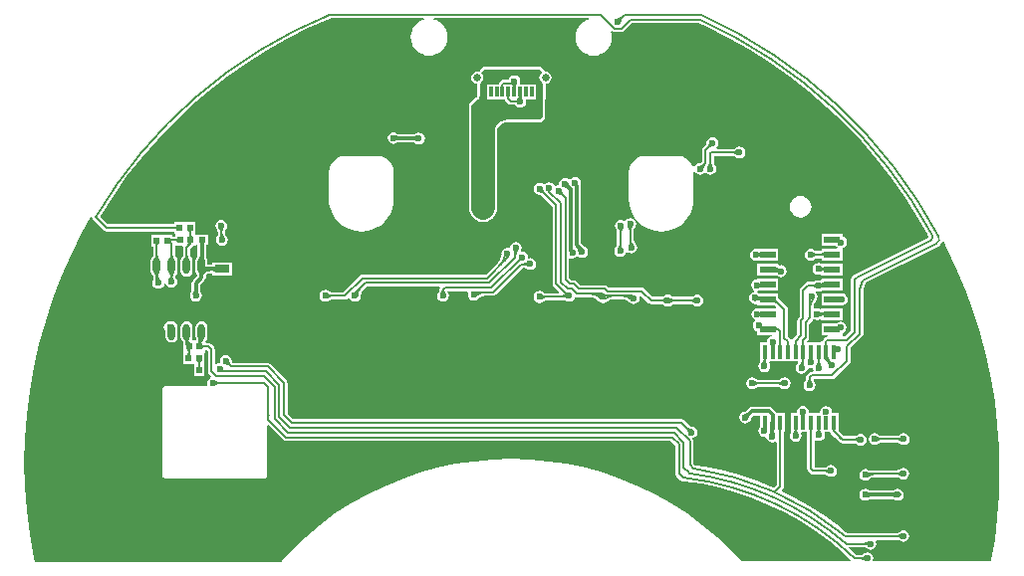
<source format=gbl>
%FSLAX25Y25*%
%MOIN*%
G70*
G01*
G75*
G04 Layer_Physical_Order=5*
G04 Layer_Color=16711680*
%ADD10C,0.00787*%
%ADD11C,0.01181*%
%ADD12C,0.03937*%
%ADD13R,0.01969X0.02362*%
%ADD14R,0.05118X0.03150*%
%ADD15R,0.02362X0.01969*%
%ADD16R,0.03937X0.03543*%
%ADD17R,0.02756X0.04921*%
%ADD18R,0.06693X0.03543*%
%ADD19R,0.06299X0.04921*%
%ADD20O,0.02362X0.05512*%
%ADD21O,0.07874X0.05906*%
%ADD22R,0.07874X0.05906*%
%ADD23R,0.03150X0.05118*%
%ADD24R,0.03150X0.03150*%
%ADD25R,0.04921X0.02756*%
%ADD26R,0.05906X0.11811*%
%ADD27O,0.05906X0.07874*%
%ADD28R,0.05906X0.07874*%
%ADD29R,0.03543X0.03937*%
G04:AMPARAMS|DCode=30|XSize=118.11mil|YSize=59.06mil|CornerRadius=14.76mil|HoleSize=0mil|Usage=FLASHONLY|Rotation=270.000|XOffset=0mil|YOffset=0mil|HoleType=Round|Shape=RoundedRectangle|*
%AMROUNDEDRECTD30*
21,1,0.11811,0.02953,0,0,270.0*
21,1,0.08858,0.05906,0,0,270.0*
1,1,0.02953,-0.01476,-0.04429*
1,1,0.02953,-0.01476,0.04429*
1,1,0.02953,0.01476,0.04429*
1,1,0.02953,0.01476,-0.04429*
%
%ADD30ROUNDEDRECTD30*%
%ADD31C,0.07874*%
%ADD32R,0.30709X0.12598*%
%ADD33R,0.17717X0.18504*%
%ADD34R,0.14173X0.15354*%
%ADD35R,0.09843X0.11417*%
%ADD36C,0.02559*%
G04:AMPARAMS|DCode=37|XSize=39.37mil|YSize=82.68mil|CornerRadius=17.72mil|HoleSize=0mil|Usage=FLASHONLY|Rotation=0.000|XOffset=0mil|YOffset=0mil|HoleType=Round|Shape=RoundedRectangle|*
%AMROUNDEDRECTD37*
21,1,0.03937,0.04724,0,0,0.0*
21,1,0.00394,0.08268,0,0,0.0*
1,1,0.03543,0.00197,-0.02362*
1,1,0.03543,-0.00197,-0.02362*
1,1,0.03543,-0.00197,0.02362*
1,1,0.03543,0.00197,0.02362*
%
%ADD37ROUNDEDRECTD37*%
G04:AMPARAMS|DCode=38|XSize=39.37mil|YSize=62.99mil|CornerRadius=17.72mil|HoleSize=0mil|Usage=FLASHONLY|Rotation=0.000|XOffset=0mil|YOffset=0mil|HoleType=Round|Shape=RoundedRectangle|*
%AMROUNDEDRECTD38*
21,1,0.03937,0.02756,0,0,0.0*
21,1,0.00394,0.06299,0,0,0.0*
1,1,0.03543,0.00197,-0.01378*
1,1,0.03543,-0.00197,-0.01378*
1,1,0.03543,-0.00197,0.01378*
1,1,0.03543,0.00197,0.01378*
%
%ADD38ROUNDEDRECTD38*%
%ADD39C,0.02362*%
%ADD40C,0.00197*%
%ADD41C,0.01969*%
%ADD42R,0.01181X0.03347*%
%ADD43R,0.02362X0.03347*%
%ADD44R,0.05512X0.02362*%
%ADD45R,0.01575X0.04724*%
%ADD46C,0.11811*%
G36*
X25894Y141707D02*
X25186Y141492D01*
X24126Y140925D01*
X23197Y140163D01*
X22434Y139234D01*
X21867Y138173D01*
X21519Y137023D01*
X21401Y135827D01*
X21519Y134631D01*
X21867Y133480D01*
X22434Y132420D01*
X23197Y131491D01*
X24126Y130728D01*
X25186Y130162D01*
X26336Y129813D01*
X27533Y129695D01*
X28729Y129813D01*
X29879Y130162D01*
X30939Y130728D01*
X31868Y131491D01*
X32631Y132420D01*
X33198Y133480D01*
X33547Y134631D01*
X33665Y135827D01*
X33547Y137023D01*
X33341Y137701D01*
X33770Y137958D01*
X33800Y137928D01*
X33800Y137928D01*
X34191Y137667D01*
X34651Y137575D01*
X34651Y137575D01*
X36811D01*
X36811Y137575D01*
X37272Y137667D01*
X37663Y137928D01*
X40258Y140524D01*
X62673D01*
X65504Y139269D01*
X72719Y135637D01*
X79747Y131656D01*
X86571Y127334D01*
X93175Y122683D01*
X99543Y117714D01*
X105659Y112438D01*
X111509Y106868D01*
X117079Y101018D01*
X122355Y94902D01*
X127324Y88534D01*
X131975Y81931D01*
X136296Y75106D01*
X139293Y69817D01*
X139293Y69817D01*
X139293Y69817D01*
X139618Y69033D01*
X139513Y68692D01*
X114998Y56472D01*
X114845Y56353D01*
X114684Y56246D01*
X114000Y55562D01*
X113739Y55172D01*
X113647Y54711D01*
X113647Y54711D01*
Y37496D01*
X111804Y35653D01*
X110827D01*
Y36142D01*
X110827D01*
Y36614D01*
X110906Y36630D01*
X111557Y37065D01*
X111992Y37716D01*
X112145Y38484D01*
X111992Y39252D01*
X111557Y39904D01*
X110906Y40339D01*
X110138Y40491D01*
X109370Y40339D01*
X108981Y40079D01*
X103740D01*
Y36142D01*
X105812D01*
X105861Y35644D01*
X105445Y35561D01*
X105288Y35457D01*
X105054Y35300D01*
X105054Y35300D01*
X104463Y34710D01*
X104202Y34319D01*
X104111Y33858D01*
X102634Y33563D01*
X99170D01*
X98979Y34025D01*
X99277Y34323D01*
X99277Y34323D01*
X99538Y34714D01*
X99629Y35175D01*
X99629Y35175D01*
Y39757D01*
X100852Y40979D01*
X100852Y40979D01*
X100967Y41151D01*
X101457Y41249D01*
X101594Y41157D01*
X102362Y41005D01*
X103130Y41157D01*
X103388Y41330D01*
X103740Y41142D01*
Y41142D01*
X103740Y41142D01*
X110827D01*
Y45079D01*
X103740D01*
Y44989D01*
X103299Y44753D01*
X103130Y44866D01*
X102362Y45019D01*
X101594Y44866D01*
X101204Y45074D01*
Y46031D01*
X101348Y46753D01*
X101753Y47360D01*
X101813Y47400D01*
X102248Y48051D01*
X102401Y48819D01*
X102248Y49587D01*
X101813Y50238D01*
X101732Y50292D01*
X102007Y50705D01*
X102776Y50552D01*
X103543Y50705D01*
X104195Y51140D01*
X104196Y51142D01*
X110827D01*
Y55079D01*
X103740D01*
Y54768D01*
X103354Y54451D01*
X102776Y54566D01*
X102007Y54413D01*
X101370Y53987D01*
X101350Y53987D01*
Y53987D01*
X101348Y53987D01*
X101348D01*
X101322Y53960D01*
X100470D01*
X100399Y53969D01*
Y53960D01*
X99316D01*
X99316Y53960D01*
X98855Y53869D01*
X98464Y53607D01*
X96786Y51929D01*
X96525Y51539D01*
X96434Y51078D01*
X96434Y51078D01*
Y42231D01*
X95999Y41796D01*
X95738Y41406D01*
X95646Y40945D01*
X95646Y40945D01*
Y36326D01*
X94227Y34907D01*
X94016Y34591D01*
X93589D01*
X93505Y34608D01*
X93371Y34808D01*
X93371Y34808D01*
X92543Y35637D01*
Y44783D01*
X92451Y45244D01*
X92347Y45401D01*
X92190Y45635D01*
X92190Y45635D01*
X90639Y47186D01*
X90650Y47197D01*
X90552Y47273D01*
X89370Y48455D01*
Y50079D01*
X82813D01*
X82264Y50445D01*
X82225Y50453D01*
X82284Y50749D01*
X83052Y50902D01*
X83411Y51142D01*
X89370D01*
Y55079D01*
X82283D01*
Y54763D01*
X81515Y54610D01*
X80864Y54175D01*
X80429Y53524D01*
X80276Y52756D01*
X80429Y51988D01*
X80864Y51337D01*
X81318Y51034D01*
X81220Y50543D01*
X80728Y50445D01*
X80077Y50011D01*
X79642Y49359D01*
X79489Y48591D01*
X79642Y47823D01*
X80077Y47172D01*
X80599Y46823D01*
X80645Y46755D01*
X81035Y46494D01*
X81496Y46403D01*
X81897Y46483D01*
X82283Y46165D01*
Y46142D01*
X87285D01*
X87401Y46119D01*
Y46119D01*
X87416Y46131D01*
X88238Y45967D01*
X88555Y45756D01*
X88604Y45258D01*
X88424Y45079D01*
X82283D01*
Y45019D01*
X81515Y44866D01*
X80864Y44431D01*
X80429Y43780D01*
X80276Y43012D01*
X80429Y42244D01*
X80864Y41593D01*
X81411Y41227D01*
Y40727D01*
X81356Y40691D01*
X80921Y40040D01*
X80769Y39272D01*
X80921Y38504D01*
X81356Y37852D01*
X82008Y37417D01*
X82283Y37363D01*
Y36142D01*
X87132D01*
X87181Y35644D01*
X86633Y35535D01*
X85982Y35100D01*
X85547Y34449D01*
X85395Y33681D01*
X85298Y33563D01*
X83268D01*
Y27264D01*
X83268Y27264D01*
X83268D01*
X83333Y27142D01*
X83258Y27031D01*
X83227Y27010D01*
X82791Y26359D01*
X82639Y25591D01*
X82791Y24823D01*
X83227Y24171D01*
X83878Y23736D01*
X84646Y23584D01*
X85414Y23736D01*
X86065Y24171D01*
X86500Y24823D01*
X86653Y25591D01*
X86500Y26359D01*
X86065Y27010D01*
X86074Y27016D01*
Y27016D01*
D01*
Y27016D01*
X86672Y27264D01*
X95766D01*
X96001Y26823D01*
X95800Y26522D01*
X95727Y26473D01*
X95291Y25822D01*
X95139Y25054D01*
X95291Y24285D01*
X95727Y23634D01*
X96378Y23199D01*
X97146Y23046D01*
X97914Y23199D01*
X98565Y23634D01*
X99000Y24285D01*
X99025Y24411D01*
X99429Y25016D01*
X100197Y24863D01*
X100868Y24996D01*
X101000Y24330D01*
X101098Y24185D01*
X100862Y23744D01*
X100492D01*
X100031Y23652D01*
X99875Y23547D01*
X99641Y23391D01*
X99641Y23391D01*
X98952Y22702D01*
X98691Y22311D01*
X98599Y21850D01*
X98599Y21850D01*
Y21094D01*
X98585D01*
X98533Y20832D01*
X98387Y20615D01*
X98384Y20612D01*
X97949Y19961D01*
X97796Y19193D01*
X97949Y18425D01*
X98384Y17774D01*
X99035Y17339D01*
X99803Y17186D01*
X100571Y17339D01*
X101222Y17774D01*
X101657Y18425D01*
X101810Y19193D01*
X101657Y19961D01*
X101222Y20612D01*
X101219Y20615D01*
X101073Y20832D01*
X101021Y21094D01*
X101021Y21094D01*
X101262Y21335D01*
X107382D01*
X107382Y21335D01*
X107843Y21427D01*
X108233Y21688D01*
X113155Y26609D01*
X113155Y26609D01*
X113416Y27000D01*
X113507Y27461D01*
Y31723D01*
X117383Y35598D01*
X117644Y35989D01*
X117735Y36450D01*
X117735Y36450D01*
Y51182D01*
X118549Y53611D01*
X142815Y65707D01*
X142866Y65746D01*
X142976Y65792D01*
X143564Y66244D01*
X144016Y66832D01*
X144225Y67337D01*
X144724Y67360D01*
X145716Y65479D01*
X149018Y58445D01*
X151991Y51266D01*
X154630Y43957D01*
X156929Y36534D01*
X158882Y29013D01*
X160486Y21410D01*
X161737Y13741D01*
X162633Y6022D01*
X163171Y-1729D01*
X163350Y-9498D01*
X163171Y-17266D01*
X162633Y-25018D01*
X161737Y-32737D01*
X160636Y-39487D01*
X160225Y-39772D01*
X159800Y-39687D01*
X121315D01*
X120998Y-39301D01*
X121102Y-38780D01*
X120949Y-38012D01*
X120514Y-37360D01*
X119863Y-36925D01*
X119095Y-36773D01*
X118326Y-36925D01*
X117675Y-37360D01*
X117673Y-37364D01*
X117455Y-37510D01*
X117193Y-37562D01*
Y-37572D01*
Y-37575D01*
X115388D01*
X112796Y-35136D01*
X112823Y-35063D01*
X118276D01*
Y-35066D01*
Y-35076D01*
X118537Y-35128D01*
X118755Y-35274D01*
X118758Y-35278D01*
X119409Y-35713D01*
X120177Y-35865D01*
X120945Y-35713D01*
X121596Y-35278D01*
X122031Y-34626D01*
X122184Y-33858D01*
X122031Y-33090D01*
X122240Y-32700D01*
X128826D01*
Y-32710D01*
X128896Y-32700D01*
X129768D01*
D01*
X129772Y-32727D01*
Y-32727D01*
X129772D01*
D01*
D01*
X129773Y-32727D01*
X129781Y-32719D01*
X130432Y-33154D01*
X131200Y-33307D01*
X131968Y-33154D01*
X132619Y-32719D01*
X133054Y-32068D01*
X133207Y-31300D01*
X133054Y-30532D01*
X132619Y-29881D01*
X131968Y-29446D01*
X131200Y-29293D01*
X130432Y-29446D01*
X129781Y-29881D01*
X129760Y-29912D01*
X129348Y-30187D01*
X128826Y-30291D01*
Y-30292D01*
X112377D01*
X112147Y-30062D01*
X112147Y-30062D01*
X112147Y-30062D01*
X112050Y-29997D01*
X112050Y-29997D01*
X112015Y-29974D01*
X110088Y-28368D01*
X105067Y-24674D01*
X99833Y-21289D01*
X94403Y-18227D01*
X90487Y-16320D01*
X90404Y-15827D01*
X90812Y-15418D01*
X91073Y-15028D01*
X91165Y-14567D01*
Y3642D01*
X91535D01*
Y9941D01*
X88651D01*
X88395Y10324D01*
X87194Y11525D01*
X86738Y11829D01*
X86201Y11936D01*
X80413D01*
X79876Y11829D01*
X79420Y11525D01*
X78431Y10536D01*
X78428Y10538D01*
X78261Y10469D01*
X78248Y10472D01*
X77480Y10319D01*
X76829Y9884D01*
X76394Y9233D01*
X76241Y8465D01*
X76394Y7696D01*
X76829Y7045D01*
X77480Y6610D01*
X78248Y6458D01*
X79016Y6610D01*
X79667Y7045D01*
X80102Y7696D01*
X80226Y8320D01*
X80253Y8384D01*
X80995Y9127D01*
X83268D01*
Y5384D01*
X83227Y5356D01*
X82791Y4705D01*
X82639Y3937D01*
X82791Y3169D01*
X83227Y2518D01*
X83878Y2083D01*
X84646Y1930D01*
X84951Y1991D01*
X85366Y1713D01*
X85449Y1299D01*
X85884Y648D01*
X86535Y213D01*
X87303Y60D01*
X88071Y213D01*
X88315Y376D01*
X88756Y140D01*
Y-14068D01*
X87813Y-15011D01*
X87623D01*
X83039Y-13112D01*
X77146Y-11079D01*
X71142Y-9405D01*
X65047Y-8096D01*
X61799Y-7602D01*
X61774Y-7597D01*
Y-7597D01*
X61598Y-7562D01*
D01*
X61598D01*
X61529D01*
X60948Y-6982D01*
Y492D01*
X60948Y492D01*
X60948Y492D01*
Y492D01*
X60948D01*
X60948Y492D01*
X60857Y953D01*
X60752Y1110D01*
X60596Y1344D01*
X60596Y1344D01*
X60649Y1520D01*
X61004Y1591D01*
X61655Y2026D01*
X62090Y2677D01*
X62243Y3445D01*
X62090Y4213D01*
X61655Y4864D01*
X61004Y5299D01*
X60236Y5452D01*
X60232Y5451D01*
X59975Y5502D01*
X59753Y5650D01*
X59744Y5641D01*
X59744Y5641D01*
X57840Y7544D01*
X57449Y7806D01*
X56988Y7897D01*
X56988Y7897D01*
X-73025D01*
X-74878Y9751D01*
Y20005D01*
X-74878Y20005D01*
X-74970Y20466D01*
X-75231Y20857D01*
X-75231Y20857D01*
X-80718Y26344D01*
X-81109Y26605D01*
X-81569Y26696D01*
X-81569Y26696D01*
X-93202D01*
X-93375Y26869D01*
X-93375Y26870D01*
X-93365Y26879D01*
X-93514Y27101D01*
X-93565Y27358D01*
X-93564Y27362D01*
X-93717Y28130D01*
X-94152Y28781D01*
X-94803Y29217D01*
X-95571Y29369D01*
X-96339Y29217D01*
X-96990Y28781D01*
X-97425Y28130D01*
X-97578Y27362D01*
X-97467Y26805D01*
X-98209Y26658D01*
X-98748Y26297D01*
X-99189Y26533D01*
Y31299D01*
X-99189Y31299D01*
X-99281Y31760D01*
X-99542Y32151D01*
X-100428Y33037D01*
X-100819Y33298D01*
X-101280Y33389D01*
X-101280Y33389D01*
X-102241D01*
X-102462Y33838D01*
X-102343Y33994D01*
X-102259Y34058D01*
Y34058D01*
X-102257Y34076D01*
X-102203Y34112D01*
X-101768Y34763D01*
X-101615Y35531D01*
Y38681D01*
X-101768Y39449D01*
X-102203Y40100D01*
X-102854Y40535D01*
X-103622Y40688D01*
X-104390Y40535D01*
X-105041Y40100D01*
X-105476Y39449D01*
X-105629Y38681D01*
Y35531D01*
X-105535Y35058D01*
Y34154D01*
X-106645D01*
X-106881Y34595D01*
X-106768Y34763D01*
X-106615Y35531D01*
Y38681D01*
X-106768Y39449D01*
X-107203Y40100D01*
X-107854Y40535D01*
X-108622Y40688D01*
X-109390Y40535D01*
X-110041Y40100D01*
X-110476Y39449D01*
X-110629Y38681D01*
Y35531D01*
X-110476Y34763D01*
X-110041Y34112D01*
X-110038Y34110D01*
X-109892Y33892D01*
X-109840Y33630D01*
X-109826D01*
Y32933D01*
X-109735Y32472D01*
X-109646Y32339D01*
Y30217D01*
X-109646D01*
Y30217D01*
X-109744Y30118D01*
X-109744D01*
Y26181D01*
X-106217D01*
Y26165D01*
X-106217D01*
Y22228D01*
X-102673D01*
Y26165D01*
D01*
Y26165D01*
X-102657Y26181D01*
X-102657D01*
Y30118D01*
X-102657D01*
Y30118D01*
X-102559Y30217D01*
X-102559D01*
Y30981D01*
X-101778D01*
X-101598Y30800D01*
Y23819D01*
X-101598Y23819D01*
X-101506Y23358D01*
X-101245Y22967D01*
X-100575Y22297D01*
X-100624Y21799D01*
X-101222Y21399D01*
X-101657Y20748D01*
X-101810Y19980D01*
X-101693Y19390D01*
X-102010Y19004D01*
X-115354D01*
X-115892Y18897D01*
X-116348Y18592D01*
X-116652Y18136D01*
X-116759Y17599D01*
Y-10748D01*
X-116652Y-11285D01*
X-116348Y-11741D01*
X-115892Y-12046D01*
X-115354Y-12152D01*
X-83071D01*
X-82533Y-12046D01*
X-82077Y-11741D01*
X-81773Y-11285D01*
X-81666Y-10748D01*
X-81666Y-10748D01*
X-81666Y-10748D01*
Y-10747D01*
Y5798D01*
X-81204Y5989D01*
X-76135Y920D01*
X-76135Y920D01*
X-75744Y659D01*
X-75284Y567D01*
X-75284Y567D01*
X53322D01*
X54898Y-1008D01*
Y-9351D01*
X54898Y-9351D01*
X54924Y-9479D01*
Y-10349D01*
X54924Y-10349D01*
X55015Y-10810D01*
X55276Y-11201D01*
X56685Y-12609D01*
X56685Y-12609D01*
X57075Y-12870D01*
X57536Y-12962D01*
X57536Y-12962D01*
X58004D01*
X58017Y-12959D01*
X63722Y-13827D01*
X69529Y-15074D01*
X75250Y-16669D01*
X80864Y-18606D01*
X86351Y-20879D01*
X91690Y-23479D01*
X96863Y-26396D01*
X101850Y-29621D01*
X106634Y-33140D01*
X111196Y-36942D01*
X113618Y-39223D01*
X113434Y-39687D01*
X76989D01*
X73389Y-35863D01*
X68824Y-31566D01*
X64008Y-27552D01*
X58958Y-23837D01*
X53693Y-20433D01*
X48232Y-17353D01*
X42596Y-14608D01*
X36804Y-12209D01*
X30877Y-10164D01*
X24838Y-8480D01*
X18708Y-7165D01*
X12510Y-6221D01*
X6267Y-5654D01*
X0Y-5465D01*
X-6267Y-5654D01*
X-12510Y-6221D01*
X-18708Y-7165D01*
X-24838Y-8480D01*
X-30877Y-10164D01*
X-36804Y-12209D01*
X-42596Y-14608D01*
X-48232Y-17353D01*
X-53693Y-20433D01*
X-58958Y-23837D01*
X-64008Y-27552D01*
X-68824Y-31566D01*
X-73389Y-35863D01*
X-76897Y-39590D01*
X-76894Y-39593D01*
X-77160Y-39991D01*
X-77179Y-40087D01*
X-159490D01*
X-159807Y-38676D01*
X-161180Y-30762D01*
X-162163Y-22789D01*
X-162754Y-14779D01*
X-162952Y-6748D01*
X-162754Y1282D01*
X-162163Y9292D01*
X-161180Y17265D01*
X-159807Y25179D01*
X-158047Y33016D01*
X-155905Y40758D01*
X-153385Y48385D01*
X-150494Y55879D01*
X-147239Y63223D01*
X-143628Y70398D01*
X-140741Y75494D01*
X-140247Y75414D01*
X-140183Y75093D01*
X-139922Y74703D01*
X-136317Y71097D01*
X-135926Y70836D01*
X-135465Y70745D01*
X-135465Y70745D01*
X-112820D01*
Y69980D01*
X-112598D01*
Y69784D01*
X-112598D01*
Y69019D01*
X-113402D01*
Y69571D01*
X-116945D01*
Y69571D01*
X-120488D01*
Y65634D01*
X-119826D01*
Y62629D01*
X-119840D01*
X-119892Y62368D01*
X-120038Y62150D01*
X-120041Y62147D01*
X-120476Y61496D01*
X-120629Y60728D01*
Y57579D01*
X-120476Y56811D01*
X-120041Y56160D01*
X-120038Y56157D01*
X-119892Y55939D01*
X-119840Y55678D01*
X-119826D01*
Y54779D01*
X-119828D01*
X-119826Y54763D01*
Y54518D01*
X-119965Y54311D01*
X-120117Y53543D01*
X-119965Y52775D01*
X-119529Y52124D01*
X-118878Y51689D01*
X-118110Y51536D01*
X-117342Y51689D01*
X-116691Y52124D01*
X-116256Y52775D01*
X-116156Y53279D01*
X-115656D01*
X-115634Y53169D01*
X-115199Y52518D01*
X-114548Y52083D01*
X-113779Y51930D01*
X-113012Y52083D01*
X-112360Y52518D01*
X-111925Y53169D01*
X-111773Y53937D01*
X-111925Y54705D01*
X-112360Y55356D01*
X-112360Y55357D01*
X-112381Y55407D01*
X-112402Y55458D01*
X-112402Y55458D01*
X-112404Y55460D01*
Y55678D01*
X-112404D01*
X-112404Y55678D01*
X-112352Y55939D01*
X-112206Y56157D01*
X-112203Y56160D01*
X-111768Y56811D01*
X-111615Y57579D01*
Y60728D01*
X-111768Y61496D01*
X-112203Y62147D01*
X-112206Y62150D01*
X-112352Y62368D01*
X-112404Y62629D01*
X-112418D01*
Y65847D01*
X-110130D01*
X-109813Y65460D01*
X-109826Y65394D01*
X-109826Y65394D01*
Y62629D01*
X-109840D01*
X-109892Y62368D01*
X-110038Y62150D01*
X-110041Y62147D01*
X-110476Y61496D01*
X-110629Y60728D01*
Y57579D01*
X-110476Y56811D01*
X-110041Y56160D01*
X-109390Y55724D01*
X-108622Y55572D01*
X-107854Y55724D01*
X-107203Y56160D01*
X-106768Y56811D01*
X-106615Y57579D01*
Y60728D01*
X-106768Y61496D01*
X-107203Y62147D01*
X-107206Y62150D01*
X-107352Y62368D01*
X-107404Y62629D01*
X-107418D01*
Y64895D01*
X-107328Y64985D01*
X-107327Y64985D01*
D01*
X-106466Y65847D01*
X-105512D01*
Y66256D01*
X-104964D01*
Y62306D01*
X-104969D01*
X-105033Y62153D01*
X-105041Y62147D01*
X-105476Y61496D01*
X-105629Y60728D01*
Y57579D01*
X-105476Y56811D01*
X-105050Y56173D01*
X-105050Y56153D01*
D01*
D01*
Y56153D01*
D01*
D01*
X-105050Y56151D01*
Y56151D01*
D01*
X-105027Y56129D01*
Y56015D01*
X-106604Y54438D01*
X-106908Y53983D01*
X-107015Y53445D01*
Y50744D01*
X-107029Y50730D01*
X-107029Y50730D01*
X-107031Y50726D01*
X-107041Y50701D01*
X-107041Y50701D01*
X-107037Y50693D01*
X-107454Y50068D01*
X-107607Y49300D01*
X-107454Y48532D01*
X-107019Y47881D01*
X-106368Y47446D01*
X-105600Y47293D01*
X-104832Y47446D01*
X-104181Y47881D01*
X-103746Y48532D01*
X-103593Y49300D01*
X-103746Y50068D01*
X-104181Y50719D01*
X-104175Y50725D01*
X-104180Y50738D01*
X-104185Y50750D01*
X-104185Y50750D01*
X-104205Y50771D01*
Y52863D01*
X-102629Y54440D01*
X-102324Y54895D01*
X-102217Y55433D01*
X-102217Y55433D01*
X-102217Y55433D01*
Y55433D01*
Y56129D01*
X-102195Y56151D01*
X-102195Y56151D01*
X-102194Y56153D01*
X-102194D01*
X-102194Y56173D01*
X-102163Y56219D01*
X-101557Y56625D01*
X-100853Y56764D01*
X-100098D01*
Y56004D01*
X-93602D01*
Y60335D01*
X-100098D01*
Y59574D01*
X-100771D01*
Y59589D01*
X-100881Y59574D01*
X-101615D01*
Y60728D01*
X-101768Y61496D01*
X-102126Y62032D01*
X-102154Y62101D01*
Y66256D01*
X-101591D01*
Y69799D01*
X-105527D01*
Y69799D01*
X-105734D01*
Y69980D01*
X-105734D01*
Y73917D01*
X-112820D01*
Y73153D01*
X-134967D01*
X-137568Y75755D01*
X-137410Y76034D01*
X-133182Y82711D01*
X-128631Y89172D01*
X-123769Y95403D01*
X-118607Y101387D01*
X-113157Y107111D01*
X-107433Y112561D01*
X-101449Y117723D01*
X-95218Y122586D01*
X-88756Y127137D01*
X-82079Y131365D01*
X-75203Y135260D01*
X-68143Y138814D01*
X-60918Y142017D01*
X-60439Y142201D01*
X-29298D01*
X-29224Y141707D01*
X-29932Y141492D01*
X-30992Y140925D01*
X-31921Y140163D01*
X-32684Y139234D01*
X-33251Y138173D01*
X-33600Y137023D01*
X-33718Y135827D01*
X-33600Y134631D01*
X-33251Y133480D01*
X-32684Y132420D01*
X-31921Y131491D01*
X-30992Y130728D01*
X-29932Y130162D01*
X-28782Y129813D01*
X-27586Y129695D01*
X-26389Y129813D01*
X-25239Y130162D01*
X-24179Y130728D01*
X-23250Y131491D01*
X-22487Y132420D01*
X-21920Y133480D01*
X-21572Y134631D01*
X-21454Y135827D01*
X-21572Y137023D01*
X-21920Y138173D01*
X-22487Y139234D01*
X-23250Y140163D01*
X-24179Y140925D01*
X-25239Y141492D01*
X-25947Y141707D01*
X-25873Y142201D01*
X25820D01*
X25894Y141707D01*
D02*
G37*
%LPC*%
G36*
X89370Y60079D02*
X82283D01*
Y56142D01*
X88654D01*
X88716Y56094D01*
X88738Y56061D01*
X89389Y55626D01*
X90158Y55473D01*
X90926Y55626D01*
X91577Y56061D01*
X92012Y56712D01*
X92164Y57480D01*
X92012Y58248D01*
X91577Y58899D01*
X90926Y59335D01*
X90158Y59487D01*
X89757Y59408D01*
X89370Y59725D01*
Y60079D01*
D02*
G37*
G36*
X110827Y50079D02*
X103740D01*
Y46142D01*
X110039D01*
X110630Y46024D01*
X111398Y46177D01*
X112049Y46612D01*
X112484Y47263D01*
X112637Y48031D01*
X112484Y48799D01*
X112049Y49451D01*
X111398Y49886D01*
X110827Y49999D01*
Y50079D01*
D02*
G37*
G36*
X102776Y60176D02*
X102007Y60024D01*
X101356Y59588D01*
X100921Y58937D01*
X100768Y58169D01*
X100921Y57401D01*
X101356Y56750D01*
X102007Y56315D01*
X102776Y56162D01*
X103543Y56315D01*
D01*
Y56315D01*
X103740Y56142D01*
Y56142D01*
X110827D01*
Y60079D01*
X103740D01*
X103740Y60079D01*
Y60079D01*
X103585Y59996D01*
X103543Y60024D01*
X102776Y60176D01*
D02*
G37*
G36*
X82283Y65079D02*
X82129Y64952D01*
X81890Y64999D01*
X81122Y64846D01*
X80471Y64411D01*
X80036Y63760D01*
X79883Y62992D01*
X80036Y62224D01*
X80471Y61573D01*
X81122Y61138D01*
X81890Y60985D01*
X82658Y61138D01*
X82664Y61142D01*
X89370D01*
Y65079D01*
X82283D01*
Y65079D01*
D02*
G37*
G36*
X110827Y70079D02*
X103740D01*
Y66142D01*
X108575D01*
X108585Y66127D01*
X108610Y66142D01*
X108625D01*
X108915Y65707D01*
X109139Y65557D01*
X108994Y65079D01*
X103740D01*
Y64245D01*
X103523Y64202D01*
Y64196D01*
X102098D01*
Y64210D01*
X101837Y64262D01*
X101619Y64408D01*
X101616Y64411D01*
X100965Y64846D01*
X100197Y64999D01*
X99429Y64846D01*
X98778Y64411D01*
X98343Y63760D01*
X98190Y62992D01*
X98343Y62224D01*
X98778Y61573D01*
X99429Y61138D01*
X100197Y60985D01*
X100965Y61138D01*
X101616Y61573D01*
X101619Y61576D01*
X101837Y61722D01*
X102098Y61774D01*
Y61784D01*
Y61788D01*
X103523D01*
X103523Y61781D01*
D01*
D01*
Y61781D01*
X103523D01*
X103740Y61570D01*
Y61142D01*
X110827D01*
Y64823D01*
X110827Y64823D01*
X110827Y64823D01*
X110827Y65079D01*
Y65079D01*
Y65217D01*
X111103Y65272D01*
X111754Y65707D01*
X112189Y66358D01*
X112342Y67126D01*
X112189Y67894D01*
X111754Y68545D01*
X111103Y68980D01*
X110827Y69035D01*
Y70079D01*
D02*
G37*
G36*
X-114272Y40688D02*
X-115040Y40535D01*
X-115691Y40100D01*
X-116126Y39449D01*
X-116279Y38681D01*
X-116126Y37913D01*
X-115691Y37262D01*
X-115629Y37221D01*
Y35531D01*
X-115476Y34763D01*
X-115041Y34112D01*
X-114390Y33677D01*
X-113622Y33524D01*
X-112854Y33677D01*
X-112203Y34112D01*
X-111768Y34763D01*
X-111615Y35531D01*
Y38681D01*
X-111768Y39449D01*
X-112203Y40100D01*
X-112854Y40535D01*
X-113622Y40688D01*
X-113947Y40624D01*
X-114272Y40688D01*
D02*
G37*
G36*
X131200Y-8393D02*
X130432Y-8546D01*
X129781Y-8981D01*
X129778Y-8984D01*
X129560Y-9130D01*
X129299Y-9182D01*
Y-9196D01*
X121367D01*
Y-9181D01*
X121251Y-9196D01*
X119642D01*
X119268Y-8946D01*
X118500Y-8793D01*
X117732Y-8946D01*
X117081Y-9381D01*
X116646Y-10032D01*
X116493Y-10800D01*
X116646Y-11568D01*
X117081Y-12219D01*
X117732Y-12654D01*
X118500Y-12807D01*
X119268Y-12654D01*
X119919Y-12219D01*
X119960Y-12159D01*
X120572Y-11749D01*
X121301Y-11604D01*
X129299D01*
Y-11608D01*
Y-11618D01*
X129560Y-11670D01*
X129778Y-11816D01*
X129781Y-11819D01*
X130432Y-12254D01*
X131200Y-12407D01*
X131968Y-12254D01*
X132619Y-11819D01*
X133054Y-11168D01*
X133207Y-10400D01*
X133054Y-9632D01*
X132619Y-8981D01*
X131968Y-8546D01*
X131200Y-8393D01*
D02*
G37*
G36*
X129300Y-15493D02*
X128532Y-15646D01*
X127894Y-16072D01*
X127874Y-16072D01*
Y-16072D01*
X127873Y-16073D01*
X127873D01*
X127850Y-16095D01*
X119850D01*
X119827Y-16073D01*
X119827Y-16073D01*
X119826Y-16072D01*
X119826Y-16072D01*
X119806Y-16072D01*
X119168Y-15646D01*
X118400Y-15493D01*
X117632Y-15646D01*
X116981Y-16081D01*
X116546Y-16732D01*
X116393Y-17500D01*
X116546Y-18268D01*
X116981Y-18919D01*
X117632Y-19354D01*
X118400Y-19507D01*
X119168Y-19354D01*
X119806Y-18928D01*
X119823Y-18928D01*
X119823D01*
X119826Y-18928D01*
D01*
D01*
Y-18928D01*
Y-18928D01*
X119827Y-18927D01*
X119826Y-18926D01*
Y-18926D01*
X119826Y-18926D01*
X119826Y-18910D01*
X119829Y-18905D01*
X127850D01*
X127873Y-18927D01*
D01*
D01*
X127874Y-18928D01*
X127874Y-18928D01*
X127894Y-18928D01*
X128532Y-19354D01*
X129300Y-19507D01*
X130068Y-19354D01*
X130719Y-18919D01*
X131154Y-18268D01*
X131307Y-17500D01*
X131154Y-16732D01*
X130719Y-16081D01*
X130068Y-15646D01*
X129300Y-15493D01*
D02*
G37*
G36*
X97539Y12342D02*
X96771Y12189D01*
X96120Y11754D01*
X95685Y11103D01*
X95532Y10335D01*
X95534Y10328D01*
X95217Y9941D01*
X93504D01*
Y3642D01*
X93504Y3642D01*
X93504D01*
X93604Y3455D01*
X93346Y3068D01*
X93193Y2300D01*
X93346Y1532D01*
X93781Y881D01*
X94432Y446D01*
X95200Y293D01*
X95968Y446D01*
X96619Y881D01*
X97054Y1532D01*
X97207Y2300D01*
X97054Y3068D01*
X96966Y3201D01*
X97201Y3642D01*
X98993D01*
Y-8697D01*
X98993Y-8697D01*
X99084Y-9158D01*
X99345Y-9548D01*
X100148Y-10351D01*
X100539Y-10613D01*
X101000Y-10704D01*
X104394D01*
X104394Y-10704D01*
X104422Y-10699D01*
X105065D01*
Y-10702D01*
Y-10712D01*
X105326Y-10764D01*
X105544Y-10910D01*
X105546Y-10914D01*
X106198Y-11349D01*
X106966Y-11502D01*
X107734Y-11349D01*
X108385Y-10914D01*
X108820Y-10262D01*
X108973Y-9494D01*
X108820Y-8726D01*
X108385Y-8075D01*
X107734Y-7640D01*
X106966Y-7487D01*
X106198Y-7640D01*
X105546Y-8075D01*
X105544Y-8079D01*
X105326Y-8224D01*
X105065Y-8276D01*
Y-8290D01*
X104400D01*
X104372Y-8296D01*
X101499D01*
X101401Y-8198D01*
Y604D01*
X101842Y839D01*
X102132Y646D01*
X102900Y493D01*
X103668Y646D01*
X104319Y1081D01*
X104754Y1732D01*
X104907Y2500D01*
X104754Y3268D01*
X104954Y3642D01*
X106720D01*
X106762Y3431D01*
X107023Y3041D01*
X108332Y1732D01*
X108332Y1732D01*
X109915Y149D01*
X110305Y-113D01*
X110766Y-204D01*
X110766Y-204D01*
X114999D01*
Y-208D01*
Y-218D01*
X115260Y-270D01*
X115478Y-416D01*
X115481Y-419D01*
X116132Y-854D01*
X116900Y-1007D01*
X117668Y-854D01*
X118319Y-419D01*
X118754Y232D01*
X118907Y1000D01*
X118754Y1768D01*
X118319Y2419D01*
X117668Y2854D01*
X116900Y3007D01*
X116132Y2854D01*
X115481Y2419D01*
X115478Y2416D01*
X115260Y2270D01*
X114999Y2218D01*
Y2204D01*
X111265D01*
X110035Y3435D01*
X110035Y3435D01*
X109449Y4020D01*
Y9941D01*
X107570D01*
X107327Y10237D01*
X107174Y11005D01*
X106739Y11656D01*
X106088Y12091D01*
X105320Y12244D01*
X104552Y12091D01*
X103901Y11656D01*
X103466Y11005D01*
X103313Y10237D01*
X103070Y9941D01*
X99862D01*
X99545Y10328D01*
X99546Y10335D01*
X99394Y11103D01*
X98959Y11754D01*
X98307Y12189D01*
X97539Y12342D01*
D02*
G37*
G36*
X91437Y21889D02*
X90669Y21736D01*
X90018Y21301D01*
X90015Y21297D01*
X89797Y21152D01*
X89536Y21100D01*
Y21090D01*
Y21086D01*
X82511D01*
Y21090D01*
Y21100D01*
X82250Y21152D01*
X82032Y21297D01*
X82029Y21301D01*
X81378Y21736D01*
X80610Y21889D01*
X79842Y21736D01*
X79191Y21301D01*
X78756Y20650D01*
X78603Y19882D01*
X78756Y19114D01*
X79191Y18463D01*
X79842Y18028D01*
X80610Y17875D01*
X81378Y18028D01*
X82029Y18463D01*
X82032Y18466D01*
X82250Y18612D01*
X82511Y18664D01*
Y18674D01*
Y18678D01*
X89536D01*
Y18674D01*
Y18664D01*
X89797Y18612D01*
X90015Y18466D01*
X90018Y18463D01*
X90669Y18028D01*
X91437Y17875D01*
X92205Y18028D01*
X92856Y18463D01*
X93291Y19114D01*
X93444Y19882D01*
X93291Y20650D01*
X92856Y21301D01*
X92205Y21736D01*
X91437Y21889D01*
D02*
G37*
G36*
X131300Y3207D02*
X130532Y3054D01*
X129881Y2619D01*
X129878Y2616D01*
X129660Y2470D01*
X129399Y2418D01*
Y2404D01*
X123501D01*
Y2418D01*
X123240Y2470D01*
X123022Y2616D01*
X123019Y2619D01*
X122368Y3054D01*
X121600Y3207D01*
X120832Y3054D01*
X120181Y2619D01*
X119746Y1968D01*
X119593Y1200D01*
X119746Y432D01*
X120181Y-219D01*
X120832Y-654D01*
X121600Y-807D01*
X122368Y-654D01*
X123019Y-219D01*
X123022Y-216D01*
X123240Y-70D01*
X123501Y-18D01*
Y-8D01*
Y-4D01*
X129399D01*
Y-8D01*
Y-18D01*
X129660Y-70D01*
X129878Y-216D01*
X129881Y-219D01*
X130532Y-654D01*
X131300Y-807D01*
X132068Y-654D01*
X132719Y-219D01*
X133154Y432D01*
X133307Y1200D01*
X133154Y1968D01*
X132719Y2619D01*
X132068Y3054D01*
X131300Y3207D01*
D02*
G37*
G36*
X-44712Y96011D02*
Y95992D01*
X-55735D01*
Y96011D01*
X-57123Y95829D01*
X-58416Y95293D01*
X-59526Y94441D01*
X-60378Y93331D01*
X-60913Y92038D01*
X-61096Y90650D01*
X-61077D01*
Y81595D01*
X-61084D01*
X-60950Y79896D01*
X-60552Y78239D01*
X-59900Y76665D01*
X-59009Y75212D01*
X-57903Y73916D01*
X-56607Y72809D01*
X-55154Y71919D01*
X-53579Y71267D01*
X-51922Y70869D01*
X-50223Y70735D01*
X-48524Y70869D01*
X-46867Y71267D01*
X-45293Y71919D01*
X-43840Y72809D01*
X-42544Y73916D01*
X-41437Y75212D01*
X-40547Y76665D01*
X-39895Y78239D01*
X-39497Y79896D01*
X-39363Y81595D01*
X-39370D01*
Y90650D01*
X-39351D01*
X-39533Y92038D01*
X-40069Y93331D01*
X-40921Y94441D01*
X-42031Y95293D01*
X-43324Y95829D01*
X-44712Y96011D01*
D02*
G37*
G36*
X67323Y102401D02*
X66555Y102248D01*
X65904Y101813D01*
X65469Y101162D01*
X65316Y100394D01*
X65317Y100389D01*
X65266Y100132D01*
X65117Y99911D01*
X65125Y99904D01*
X65127Y99901D01*
X65127Y99901D01*
X64109Y98883D01*
X63848Y98492D01*
X63756Y98032D01*
X63756Y98031D01*
Y94200D01*
X63346Y93789D01*
X63338Y93796D01*
X63196Y93738D01*
X63189Y93739D01*
X62421Y93587D01*
X61770Y93151D01*
X61335Y92500D01*
X61287Y92259D01*
X60789Y92210D01*
X60325Y93331D01*
X59473Y94441D01*
X58363Y95293D01*
X57070Y95829D01*
X55682Y96011D01*
Y95992D01*
X44659D01*
Y96011D01*
X43271Y95829D01*
X41978Y95293D01*
X40868Y94441D01*
X40016Y93331D01*
X39480Y92038D01*
X39298Y90650D01*
X39317D01*
Y81595D01*
X39310D01*
X39444Y79896D01*
X39842Y78239D01*
X40494Y76665D01*
X41384Y75212D01*
X42491Y73916D01*
X43787Y72809D01*
X45240Y71919D01*
X46814Y71267D01*
X48471Y70869D01*
X50170Y70735D01*
X51869Y70869D01*
X53526Y71267D01*
X55101Y71919D01*
X56554Y72809D01*
X57850Y73916D01*
X58956Y75212D01*
X59847Y76665D01*
X60499Y78239D01*
X60897Y79896D01*
X61031Y81595D01*
X61024D01*
Y90568D01*
X61492Y90710D01*
X61504Y90711D01*
X61770Y90313D01*
X62421Y89878D01*
X63189Y89725D01*
X63957Y89878D01*
X64608Y90313D01*
X64612Y90319D01*
X65112D01*
X65116Y90313D01*
X65767Y89878D01*
X66535Y89725D01*
X67304Y89878D01*
X67955Y90313D01*
X68390Y90964D01*
X68542Y91732D01*
X68390Y92500D01*
X67955Y93151D01*
X67951Y93154D01*
X67805Y93372D01*
X67753Y93633D01*
X67740D01*
Y96040D01*
X74476D01*
Y96026D01*
X74738Y95974D01*
X74956Y95828D01*
X74959Y95825D01*
X75610Y95390D01*
X76378Y95237D01*
X77146Y95390D01*
X77797Y95825D01*
X78232Y96476D01*
X78385Y97244D01*
X78232Y98012D01*
X77797Y98663D01*
X77146Y99098D01*
X76378Y99251D01*
X75610Y99098D01*
X74959Y98663D01*
X74956Y98659D01*
X74738Y98514D01*
X74477Y98462D01*
Y98453D01*
X74476Y98452D01*
X74476D01*
X74476Y98448D01*
X68816D01*
X68671Y98927D01*
X68742Y98975D01*
X69177Y99626D01*
X69330Y100394D01*
X69177Y101162D01*
X68742Y101813D01*
X68091Y102248D01*
X67323Y102401D01*
D02*
G37*
G36*
X9547Y125901D02*
X-9055D01*
X-9362Y125840D01*
X-9623Y125666D01*
X-9623Y125666D01*
X-10607Y124682D01*
X-10781Y124421D01*
X-10781Y124421D01*
Y124421D01*
X-10910Y124335D01*
X-11339Y124420D01*
X-12145Y124260D01*
X-12829Y123803D01*
X-13286Y123119D01*
X-13446Y122313D01*
X-13286Y121507D01*
X-12829Y120823D01*
X-12145Y120366D01*
X-11417Y120221D01*
Y119990D01*
X-11417D01*
Y115924D01*
X-11429Y115868D01*
X-11715Y115811D01*
X-11975Y115637D01*
X-11975Y115637D01*
X-13953Y113658D01*
X-14128Y113398D01*
X-14189Y113091D01*
Y109444D01*
X-14214Y109252D01*
Y78740D01*
X-14052Y77507D01*
X-13576Y76358D01*
X-12818Y75371D01*
X-11831Y74613D01*
X-10682Y74137D01*
X-9449Y73975D01*
X-8215Y74137D01*
X-7278Y74526D01*
X-7183Y74545D01*
X-7102Y74599D01*
X-7066Y74613D01*
X-6974Y74684D01*
X-6597Y74936D01*
X-6545Y75013D01*
X-6079Y75371D01*
X-5322Y76358D01*
X-4846Y77507D01*
X-4684Y78740D01*
Y104446D01*
X-4623Y104905D01*
X-4288Y105715D01*
X-3754Y106411D01*
X-3058Y106945D01*
X-2248Y107281D01*
X-1327Y107402D01*
X9109Y107367D01*
X9118Y107363D01*
X9236D01*
X9353Y107352D01*
X9392Y107363D01*
X9431D01*
X9869Y107450D01*
X9869D01*
X10159Y107570D01*
X10549Y107831D01*
X10771Y108053D01*
X10771Y108053D01*
X10771Y108053D01*
X11032Y108443D01*
X11152Y108733D01*
Y108733D01*
X11244Y109194D01*
Y109274D01*
X11259Y109353D01*
X11248Y112170D01*
X11255Y112205D01*
Y115069D01*
X11417D01*
Y119990D01*
X11417D01*
Y120206D01*
X12224Y120366D01*
X12908Y120823D01*
X13364Y121507D01*
X13525Y122313D01*
X13364Y123119D01*
X12908Y123803D01*
X12224Y124260D01*
X11417Y124420D01*
X11127Y124363D01*
X11076Y124618D01*
X10902Y124879D01*
X10902Y124879D01*
X10115Y125666D01*
X9854Y125840D01*
X9547Y125901D01*
D02*
G37*
G36*
X-39393Y104067D02*
X-40161Y103914D01*
X-40812Y103479D01*
X-41247Y102828D01*
X-41400Y102060D01*
X-41247Y101292D01*
X-40812Y100641D01*
X-40161Y100206D01*
X-39393Y100053D01*
X-38625Y100206D01*
X-38183Y100501D01*
X-37609D01*
X-37596Y100500D01*
Y100501D01*
X-32398D01*
X-32375Y100479D01*
D01*
D01*
X-32374Y100478D01*
X-32374Y100478D01*
X-32354Y100478D01*
X-31716Y100052D01*
X-30948Y99899D01*
X-30180Y100052D01*
X-29529Y100487D01*
X-29094Y101138D01*
X-28941Y101906D01*
X-29094Y102674D01*
X-29529Y103325D01*
X-30180Y103761D01*
X-30948Y103913D01*
X-31716Y103761D01*
X-32354Y103334D01*
X-32374Y103334D01*
Y103334D01*
X-32375Y103334D01*
X-32375D01*
X-32398Y103311D01*
X-37645D01*
X-37945Y103436D01*
X-37974Y103479D01*
X-38625Y103914D01*
X-39393Y104067D01*
D02*
G37*
G36*
X21358Y89015D02*
X20590Y88862D01*
X19939Y88427D01*
X19842Y88282D01*
X19352Y88185D01*
X18780Y88567D01*
X18012Y88720D01*
X17244Y88567D01*
X16593Y88132D01*
X16158Y87481D01*
X16005Y86713D01*
X16005Y86713D01*
X16005Y86713D01*
X15847Y86362D01*
X15079Y86209D01*
X14894Y86085D01*
X14403Y86182D01*
X14079Y86668D01*
X13428Y87103D01*
X12659Y87256D01*
X11891Y87103D01*
X11240Y86668D01*
X11225Y86645D01*
X10735Y86548D01*
X10217Y86894D01*
X9449Y87046D01*
X8681Y86894D01*
X8030Y86459D01*
X7594Y85807D01*
X7442Y85039D01*
X7594Y84271D01*
X8030Y83620D01*
X8681Y83185D01*
X9449Y83032D01*
X9453Y83033D01*
X9710Y82982D01*
X9932Y82834D01*
X9941Y82844D01*
X13756Y79029D01*
Y53150D01*
X13756Y53150D01*
X13848Y52689D01*
X14109Y52298D01*
X15922Y50485D01*
X15731Y50023D01*
X11350D01*
Y50037D01*
X11088Y50089D01*
X10870Y50235D01*
X10868Y50238D01*
X10217Y50673D01*
X9449Y50826D01*
X8681Y50673D01*
X8030Y50238D01*
X7594Y49587D01*
X7442Y48819D01*
X7594Y48051D01*
X8030Y47400D01*
X8681Y46965D01*
X9449Y46812D01*
X10217Y46965D01*
X10868Y47400D01*
X10870Y47403D01*
X11088Y47549D01*
X11350Y47601D01*
Y47611D01*
Y47615D01*
X16440D01*
Y47600D01*
X16554Y47615D01*
X18140D01*
X18523Y47358D01*
X19291Y47205D01*
X20059Y47358D01*
X20711Y47793D01*
X21146Y48445D01*
X21170Y48569D01*
X21586Y48847D01*
X21845Y48796D01*
X26061D01*
X27184Y48648D01*
X28328Y48174D01*
X29239Y47474D01*
X29289Y47400D01*
X29941Y46965D01*
X30709Y46812D01*
X31477Y46965D01*
X32128Y47400D01*
X32168Y47459D01*
X32774Y47865D01*
X33497Y48008D01*
X37159D01*
X38020Y47895D01*
X38837Y47557D01*
X39496Y47051D01*
X39526Y47006D01*
X40177Y46571D01*
X40945Y46418D01*
X41713Y46571D01*
X42364Y47006D01*
X42799Y47657D01*
X42952Y48425D01*
X42799Y49193D01*
X42877Y49340D01*
X43372Y49413D01*
X45999Y46786D01*
X45999Y46786D01*
X46389Y46525D01*
X46389Y46525D01*
X46390Y46525D01*
D01*
X46390Y46525D01*
X46390Y46525D01*
X46850Y46434D01*
X46850Y46434D01*
X50461D01*
Y46430D01*
Y46420D01*
X50723Y46368D01*
X50941Y46222D01*
X50943Y46219D01*
X51594Y45783D01*
X52362Y45631D01*
X53130Y45783D01*
X53781Y46219D01*
X53784Y46222D01*
X54002Y46368D01*
X54263Y46420D01*
Y46430D01*
Y46434D01*
X60304D01*
Y46430D01*
Y46420D01*
X60565Y46368D01*
X60783Y46222D01*
X60786Y46219D01*
X61437Y45783D01*
X62205Y45631D01*
X62973Y45783D01*
X63624Y46219D01*
X64059Y46870D01*
X64212Y47638D01*
X64059Y48406D01*
X63624Y49057D01*
X62973Y49492D01*
X62205Y49645D01*
X61437Y49492D01*
X60786Y49057D01*
X60783Y49053D01*
X60565Y48908D01*
X60304Y48856D01*
Y48842D01*
X54263D01*
Y48856D01*
X54002Y48908D01*
X53784Y49053D01*
X53781Y49057D01*
X53130Y49492D01*
X52362Y49645D01*
X51594Y49492D01*
X50943Y49057D01*
X50941Y49053D01*
X50723Y48908D01*
X50461Y48856D01*
Y48842D01*
X47349D01*
X44552Y51639D01*
X44162Y51900D01*
X43701Y51992D01*
X43701Y51992D01*
X32580D01*
X32145Y52426D01*
X31754Y52687D01*
X31293Y52779D01*
X31293Y52779D01*
X22996D01*
X21774Y54001D01*
X21383Y54262D01*
X20922Y54354D01*
X20922Y54354D01*
X20184D01*
X19315Y55223D01*
Y61719D01*
X19705Y61928D01*
X20473Y61776D01*
X21241Y61928D01*
X21893Y62363D01*
X21893D01*
Y62363D01*
X22301Y62459D01*
X22301Y62459D01*
D01*
X22952Y62024D01*
X23720Y61871D01*
X24488Y62024D01*
X25140Y62459D01*
X25575Y63110D01*
X25727Y63878D01*
X25575Y64646D01*
X25140Y65297D01*
X24488Y65732D01*
X24310Y65768D01*
X23398Y66680D01*
X23363Y66725D01*
X23358Y66720D01*
X23255Y66822D01*
Y74311D01*
X23255Y74311D01*
Y86024D01*
X23212Y86240D01*
X23213Y86240D01*
X23365Y87008D01*
X23213Y87776D01*
X22777Y88427D01*
X22126Y88862D01*
X21358Y89015D01*
D02*
G37*
G36*
X-97063Y74661D02*
X-97831Y74508D01*
X-98482Y74073D01*
X-98917Y73422D01*
X-99070Y72654D01*
X-98917Y71886D01*
X-98482Y71234D01*
X-98479Y71232D01*
X-98333Y71014D01*
X-98281Y70753D01*
X-98277D01*
Y70328D01*
X-98277D01*
X-98267Y70254D01*
Y69358D01*
X-98281Y69344D01*
X-98281Y69344D01*
X-98283Y69339D01*
X-98299Y69301D01*
X-98299Y69301D01*
X-98295Y69294D01*
X-98705Y68681D01*
X-98857Y67913D01*
X-98705Y67145D01*
X-98270Y66494D01*
X-97619Y66059D01*
X-96850Y65906D01*
X-96082Y66059D01*
X-95431Y66494D01*
X-94996Y67145D01*
X-94843Y67913D01*
X-94996Y68681D01*
X-95431Y69333D01*
X-95465Y69355D01*
X-95751Y69783D01*
X-95859Y70325D01*
Y70753D01*
X-95845D01*
X-95793Y71014D01*
X-95647Y71232D01*
X-95644Y71234D01*
X-95209Y71886D01*
X-95056Y72654D01*
X-95209Y73422D01*
X-95644Y74073D01*
X-96295Y74508D01*
X-97063Y74661D01*
D02*
G37*
G36*
X1476Y67164D02*
X708Y67012D01*
X57Y66577D01*
X-378Y65926D01*
X-531Y65158D01*
X-541Y65148D01*
X-1280Y65294D01*
X-2048Y65142D01*
X-2699Y64707D01*
X-3134Y64056D01*
X-3287Y63287D01*
X-3273Y63217D01*
X-3402Y62237D01*
X-3807Y61258D01*
X-4416Y60465D01*
X-4458Y60423D01*
X-4458Y60423D01*
X-4458Y60423D01*
X-8558Y56322D01*
X-49797D01*
X-49797Y56322D01*
X-50258Y56231D01*
X-50649Y55970D01*
X-50649Y55970D01*
X-56202Y50417D01*
X-60304D01*
Y50431D01*
X-60565Y50483D01*
X-60783Y50628D01*
X-60786Y50632D01*
X-61437Y51067D01*
X-62205Y51220D01*
X-62973Y51067D01*
X-63624Y50632D01*
X-64059Y49981D01*
X-64212Y49213D01*
X-64059Y48445D01*
X-63624Y47793D01*
X-62973Y47358D01*
X-62205Y47205D01*
X-61437Y47358D01*
X-60786Y47793D01*
X-60783Y47797D01*
X-60565Y47943D01*
X-60304Y47995D01*
Y48005D01*
Y48008D01*
X-55703D01*
X-55703Y48008D01*
X-55242Y48100D01*
X-54851Y48361D01*
X-54640Y48573D01*
X-54216Y48445D01*
X-53781Y47793D01*
X-53130Y47358D01*
X-52362Y47205D01*
X-51594Y47358D01*
X-50943Y47793D01*
X-50508Y48445D01*
X-50355Y49213D01*
X-50362Y49245D01*
X-50278Y49884D01*
X-50019Y50509D01*
X-49606Y51046D01*
X-49610Y51049D01*
X-49610Y51049D01*
X-48320Y52339D01*
X-24078D01*
X-23842Y51898D01*
X-23947Y51740D01*
X-24039Y51279D01*
X-24039Y51279D01*
Y51113D01*
X-24053D01*
X-24105Y50852D01*
X-24250Y50634D01*
X-24254Y50632D01*
X-24689Y49981D01*
X-24842Y49213D01*
X-24689Y48445D01*
X-24254Y47793D01*
X-23603Y47358D01*
X-22835Y47205D01*
X-22067Y47358D01*
X-21415Y47793D01*
X-20980Y48445D01*
X-20828Y49213D01*
X-20980Y49981D01*
X-21415Y50632D01*
X-21419Y50634D01*
X-21350Y50764D01*
X-14661D01*
X-14453Y50374D01*
X-14605Y49606D01*
X-14453Y48838D01*
X-14018Y48187D01*
X-13366Y47752D01*
X-12598Y47599D01*
X-11830Y47752D01*
X-11179Y48187D01*
X-11149Y48232D01*
X-10490Y48738D01*
X-9673Y49076D01*
X-8813Y49189D01*
X-6102D01*
X-6102Y49189D01*
X-5641Y49281D01*
X-5251Y49542D01*
X3772Y58565D01*
X4221D01*
Y58559D01*
X4264Y58565D01*
X4594D01*
X4859Y58455D01*
X4880Y58423D01*
X5531Y57988D01*
X6299Y57836D01*
X7067Y57988D01*
X7718Y58423D01*
X8153Y59074D01*
X8306Y59842D01*
X8153Y60611D01*
X7718Y61262D01*
X7067Y61697D01*
X6299Y61850D01*
X5903Y61771D01*
X5549Y62124D01*
X5550Y62131D01*
X5398Y62900D01*
X4963Y63551D01*
X4311Y63986D01*
X3543Y64139D01*
X3504Y64131D01*
X3331Y64389D01*
X3483Y65158D01*
X3331Y65926D01*
X2896Y66577D01*
X2245Y67012D01*
X1476Y67164D01*
D02*
G37*
G36*
X96824Y82610D02*
X95899Y82489D01*
X95037Y82131D01*
X94297Y81564D01*
X93729Y80823D01*
X93372Y79961D01*
X93250Y79036D01*
X93372Y78111D01*
X93729Y77249D01*
X94297Y76509D01*
X95037Y75941D01*
X95899Y75584D01*
X96824Y75463D01*
X97749Y75584D01*
X98611Y75941D01*
X99351Y76509D01*
X99919Y77249D01*
X100276Y78111D01*
X100398Y79036D01*
X100276Y79961D01*
X99919Y80823D01*
X99351Y81564D01*
X98611Y82131D01*
X97749Y82489D01*
X96824Y82610D01*
D02*
G37*
G36*
X39724Y75235D02*
X38956Y75083D01*
X38305Y74648D01*
X37949Y74114D01*
X37382Y74492D01*
X36614Y74645D01*
X35846Y74492D01*
X35195Y74057D01*
X34760Y73406D01*
X34607Y72638D01*
X34760Y71870D01*
X35186Y71232D01*
X35186Y71212D01*
D01*
D01*
D01*
D01*
X35186Y71212D01*
X35186D01*
Y71212D01*
D01*
D01*
X35186Y71212D01*
X35186Y71211D01*
X35186D01*
X35187Y71210D01*
D01*
D01*
D01*
Y71210D01*
D01*
X35213Y71184D01*
Y70332D01*
X35204Y70261D01*
X35213D01*
Y66074D01*
X35210Y66074D01*
Y66074D01*
X35209Y66074D01*
X35199D01*
X35147Y65813D01*
X35002Y65595D01*
X34998Y65592D01*
X34563Y64941D01*
X34410Y64173D01*
X34563Y63405D01*
X34998Y62754D01*
X35649Y62319D01*
X36417Y62166D01*
X37185Y62319D01*
X37837Y62754D01*
X38272Y63405D01*
X38322Y63657D01*
X38503Y63778D01*
X38794Y63898D01*
X39389Y63500D01*
X40157Y63347D01*
X40925Y63500D01*
X41577Y63935D01*
X42012Y64586D01*
X42165Y65354D01*
X42012Y66122D01*
X41577Y66773D01*
X41511Y66817D01*
X41080Y67463D01*
X40929Y68224D01*
Y71327D01*
X40942D01*
X40994Y71589D01*
X41140Y71807D01*
X41144Y71809D01*
X41579Y72460D01*
X41731Y73228D01*
X41579Y73996D01*
X41144Y74648D01*
X40492Y75083D01*
X39724Y75235D01*
D02*
G37*
%LPD*%
G36*
X10335Y124311D02*
Y124075D01*
X9927Y123803D01*
X9470Y123119D01*
X9310Y122313D01*
X9470Y121507D01*
X9927Y120823D01*
X10335Y120551D01*
Y115518D01*
X10433Y115354D01*
X10456Y109350D01*
X10364Y108890D01*
X10103Y108499D01*
X9713Y108238D01*
X9275Y108151D01*
X9252Y108169D01*
Y108169D01*
X9252Y108169D01*
X-1378Y108205D01*
X-2457Y108063D01*
X-3463Y107646D01*
X-4326Y106984D01*
X-4989Y106120D01*
X-5405Y105115D01*
X-5548Y104035D01*
X-5548D01*
Y104035D01*
X-9843Y104020D01*
X-10150Y104081D01*
X-10410Y104255D01*
X-10584Y104516D01*
X-10642Y104808D01*
X-10630Y104823D01*
X-10630D01*
X-10632Y105658D01*
X-13386Y106496D01*
Y113091D01*
X-11407Y115069D01*
X-10630D01*
Y115847D01*
X-10531Y115945D01*
Y118307D01*
X-10039Y118799D01*
Y120695D01*
X-9848Y120823D01*
X-9392Y121507D01*
X-9231Y122313D01*
X-9392Y123119D01*
X-9848Y123803D01*
X-10039Y123931D01*
Y124114D01*
X-9055Y125098D01*
X9547D01*
X10335Y124311D01*
D02*
G37*
%LPC*%
G36*
X984Y123070D02*
X216Y122917D01*
X-435Y122482D01*
X-870Y121831D01*
X-918Y121588D01*
X-2535D01*
X-2535Y121588D01*
X-2996Y121496D01*
X-3387Y121235D01*
X-3804Y120818D01*
X-4065Y120427D01*
X-4152Y119990D01*
X-8268D01*
Y115069D01*
X-2171D01*
X-2108Y114751D01*
D01*
X-2105Y114739D01*
X-2097Y114697D01*
X-1836Y114306D01*
X-1048Y113519D01*
X-1048Y113519D01*
X-658Y113258D01*
X-197Y113166D01*
X-197Y113166D01*
X1258D01*
X1534Y112754D01*
X2185Y112319D01*
X2953Y112166D01*
X3721Y112319D01*
X4372Y112754D01*
X4807Y113405D01*
X4960Y114173D01*
X4933Y114306D01*
X4807Y114941D01*
X4875Y115069D01*
X8268D01*
Y115881D01*
Y119990D01*
X3172D01*
X2855Y120377D01*
X2991Y121063D01*
X2839Y121831D01*
X2403Y122482D01*
X1752Y122917D01*
X984Y123070D01*
D02*
G37*
%LPD*%
D10*
X59449Y3445D02*
G03*
X58892Y4789I-1901J0D01*
G01*
X58892Y4789D02*
G03*
X60236Y4232I1344J1344D01*
G01*
X-94784Y27362D02*
G03*
X-94227Y26018I1901J0D01*
G01*
X-94227Y26018D02*
G03*
X-95571Y26575I-1344J-1344D01*
G01*
X39724Y68301D02*
G03*
X40714Y65911I3380J0D01*
G01*
X40281Y72672D02*
G03*
X39724Y71327I1344J-1344D01*
G01*
D02*
G03*
X39168Y72672I-1901J0D01*
G01*
X-23391Y49769D02*
G03*
X-22835Y51113I-1344J1344D01*
G01*
D02*
G03*
X-22278Y49769I1901J0D01*
G01*
X-10697Y50394D02*
G03*
X-12598Y49606I0J-2688D01*
G01*
X-8796Y50394D02*
G03*
X-12042Y49049I0J-4589D01*
G01*
X-51805Y50557D02*
G03*
X-52362Y49213I1344J-1344D01*
G01*
X-50461Y51901D02*
G03*
X-51575Y49213I2688J-2688D01*
G01*
X10006Y49376D02*
G03*
X11350Y48819I1344J1344D01*
G01*
D02*
G03*
X10006Y48262I0J-1901D01*
G01*
X40945Y48425D02*
G03*
X39044Y49213I-1901J-1901D01*
G01*
X40388Y47868D02*
G03*
X37143Y49213I-3245J-3245D01*
G01*
X61648Y47081D02*
G03*
X60304Y47638I-1344J-1344D01*
G01*
D02*
G03*
X61648Y48195I0J1901D01*
G01*
X52919D02*
G03*
X54263Y47638I1344J1344D01*
G01*
D02*
G03*
X52919Y47081I0J-1901D01*
G01*
X51805D02*
G03*
X50461Y47638I-1344J-1344D01*
G01*
D02*
G03*
X51805Y48195I0J1901D01*
G01*
X90158Y57480D02*
G03*
X88637Y58110I-1521J-1521D01*
G01*
X89601Y56924D02*
G03*
X86736Y58110I-2865J-2865D01*
G01*
X81496Y48591D02*
G03*
X82657Y48110I1161J1161D01*
G01*
X82053Y49148D02*
G03*
X84558Y48110I2506J2506D01*
G01*
X82446Y63549D02*
G03*
X83506Y63110I1059J1059D01*
G01*
X84076D02*
G03*
X82446Y62435I0J-2304D01*
G01*
X100951Y48262D02*
G03*
X100000Y45968I2295J-2295D01*
G01*
X100754Y63549D02*
G03*
X102098Y62992I1344J1344D01*
G01*
D02*
G03*
X100754Y62435I0J-1901D01*
G01*
X102919Y43569D02*
G03*
X104026Y43110I1107J1107D01*
G01*
X104501D02*
G03*
X102919Y42455I0J-2237D01*
G01*
X102219Y52002D02*
G03*
X100399Y52756I-1819J-1819D01*
G01*
X101350D02*
G03*
X102219Y53116I0J1229D01*
G01*
X103332D02*
G03*
X104201Y52756I869J869D01*
G01*
X105152D02*
G03*
X103332Y52002I0J-2573D01*
G01*
X106595Y25886D02*
G03*
X106038Y27230I-1901J0D01*
G01*
X106038Y27230D02*
G03*
X107382Y26673I1344J1344D01*
G01*
X2033Y64601D02*
G03*
X1181Y62544I2057J-2057D01*
G01*
Y63969D02*
G03*
X920Y64601I-893J0D01*
G01*
X63189Y92520D02*
G03*
X64197Y92937I0J1426D01*
G01*
X64672Y93413D02*
G03*
X63976Y91732I1680J-1680D01*
G01*
X67323Y99606D02*
G03*
X65979Y99050I0J-1901D01*
G01*
X65979Y99050D02*
G03*
X66535Y100394I-1344J1344D01*
G01*
X65979Y92289D02*
G03*
X66535Y93633I-1344J1344D01*
G01*
D02*
G03*
X67092Y92289I1901J0D01*
G01*
X75821Y96687D02*
G03*
X74476Y97244I-1345J-1345D01*
G01*
X74477D02*
G03*
X75821Y97801I0J1900D01*
G01*
X10236Y85039D02*
G03*
X10793Y83695I1901J0D01*
G01*
X10793Y83695D02*
G03*
X9449Y84252I-1344J-1344D01*
G01*
X-114336Y54494D02*
G03*
X-113622Y56218I-1724J1724D01*
G01*
Y55458D02*
G03*
X-113223Y54494I1363J0D01*
G01*
X-118622Y54779D02*
G03*
X-118110Y53543I1747J0D01*
G01*
X-118622Y56680D02*
G03*
X-117553Y54100I3648J0D01*
G01*
X1541Y120506D02*
G03*
X984Y119162I1344J-1344D01*
G01*
D02*
G03*
X428Y120506I-1901J0D01*
G01*
X2396Y114730D02*
G03*
X2953Y116074I-1344J1344D01*
G01*
D02*
G03*
X3509Y114730I1901J0D01*
G01*
X37171Y72081D02*
G03*
X36417Y70261I1820J-1820D01*
G01*
Y71212D02*
G03*
X36057Y72081I-1229J0D01*
G01*
X16635Y84355D02*
G03*
X17195Y83002I1913J0D01*
G01*
X17183Y83014D02*
G03*
X15847Y83567I-1336J-1336D01*
G01*
X35630Y141929D02*
G03*
X36974Y142486I0J1901D01*
G01*
X36974Y142486D02*
G03*
X36417Y141142I1344J-1344D01*
G01*
X-96506Y72097D02*
G03*
X-97063Y70753I1344J-1344D01*
G01*
D02*
G03*
X-97620Y72097I-1901J0D01*
G01*
X-97407Y68470D02*
G03*
X-97063Y69301I-831J831D01*
G01*
Y70328D02*
G03*
X-96294Y68470I2627J0D01*
G01*
X16440Y48819D02*
G03*
X18735Y49769I0J3245D01*
G01*
X31265Y49376D02*
G03*
X29758Y50000I-1507J-1507D01*
G01*
X30709Y48819D02*
G03*
X27857Y50000I-2851J-2851D01*
G01*
X30152Y48262D02*
G03*
X25956Y50000I-4196J-4196D01*
G01*
X33560Y49213D02*
G03*
X31265Y48262I0J-3245D01*
G01*
X-99246Y20537D02*
G03*
X-97902Y19980I1344J1344D01*
G01*
D02*
G03*
X-99246Y19423I0J-1901D01*
G01*
X118538Y-39336D02*
G03*
X117193Y-38780I-1344J-1344D01*
G01*
D02*
G03*
X118538Y-38223I0J1901D01*
G01*
X119620Y-34415D02*
G03*
X118276Y-33858I-1344J-1344D01*
G01*
D02*
G03*
X119620Y-33301I0J1901D01*
G01*
X106409Y-10051D02*
G03*
X105065Y-9494I-1344J-1344D01*
G01*
D02*
G03*
X106409Y-8938I0J1901D01*
G01*
X97146Y25054D02*
G03*
X97638Y26242I-1188J1188D01*
G01*
X96589Y25610D02*
G03*
X97638Y28143I-2532J2532D01*
G01*
X84089Y26147D02*
G03*
X84842Y27967I-1819J1819D01*
G01*
Y27016D02*
G03*
X85202Y26147I1229J0D01*
G01*
X87958Y33124D02*
G03*
X87402Y31780I1344J-1344D01*
G01*
Y31780D02*
G03*
X86845Y33124I-1901J0D01*
G01*
X98096Y9778D02*
G03*
X97638Y8671I1106J-1106D01*
G01*
Y8196D02*
G03*
X96983Y9778I-2237J0D01*
G01*
X91929Y9815D02*
G03*
X90925Y12239I-3428J0D01*
G01*
X90880Y19325D02*
G03*
X89536Y19882I-1344J-1344D01*
G01*
D02*
G03*
X90880Y20439I0J1901D01*
G01*
X81167D02*
G03*
X82511Y19882I1344J1344D01*
G01*
D02*
G03*
X81167Y19325I0J-1901D01*
G01*
X130643Y-31857D02*
G03*
X129772Y-31496I-871J-871D01*
G01*
X128826D02*
G03*
X130643Y-30743I0J2570D01*
G01*
X102298Y25655D02*
G03*
X102756Y26762I-1106J1106D01*
G01*
Y27237D02*
G03*
X103411Y25655I2237J0D01*
G01*
X99246Y19750D02*
G03*
X99803Y21094I-1344J1344D01*
G01*
D02*
G03*
X100360Y19750I1901J0D01*
G01*
X5742Y59286D02*
G03*
X4575Y59769I-1167J-1167D01*
G01*
X4221D02*
G03*
X5742Y60399I0J2151D01*
G01*
X-61648Y49769D02*
G03*
X-60304Y49213I1344J1344D01*
G01*
D02*
G03*
X-61648Y48656I0J-1901D01*
G01*
X-2262Y60915D02*
G03*
X-1280Y63287I-2372J2372D01*
G01*
X-3606Y59571D02*
G03*
X-2067Y63287I-3716J3716D01*
G01*
X-875Y62612D02*
G03*
X-1280Y61898I428J-714D01*
G01*
D02*
G03*
X-1684Y62612I-832J0D01*
G01*
X35860Y64730D02*
G03*
X36417Y66074I-1344J1344D01*
G01*
Y66074D02*
G03*
X36974Y64730I1901J0D01*
G01*
X110335Y67126D02*
G03*
X108640Y68110I-1695J-967D01*
G01*
X109651Y66736D02*
G03*
X107284Y68110I-2367J-1351D01*
G01*
X103332Y58726D02*
G03*
X104819Y58110I1487J1487D01*
G01*
X104534D02*
G03*
X103332Y57613I0J-1699D01*
G01*
X116343Y443D02*
G03*
X114999Y1000I-1344J-1344D01*
G01*
D02*
G03*
X116343Y1557I0J1901D01*
G01*
X102343Y3057D02*
G03*
X102756Y4053I-996J996D01*
G01*
Y4749D02*
G03*
X103457Y3057I2393J0D01*
G01*
X94643Y2857D02*
G03*
X95079Y3908I-1051J1051D01*
G01*
Y4494D02*
G03*
X95757Y2857I2315J0D01*
G01*
X122157Y1757D02*
G03*
X123501Y1200I1344J1344D01*
G01*
D02*
G03*
X122157Y643I0J-1901D01*
G01*
X130743D02*
G03*
X129399Y1200I-1344J-1344D01*
G01*
D02*
G03*
X130743Y1757I0J1901D01*
G01*
X130643Y-10957D02*
G03*
X129299Y-10400I-1344J-1344D01*
G01*
D02*
G03*
X130643Y-9843I0J1901D01*
G01*
X121367Y-10400D02*
G03*
X119057Y-11357I0J-3267D01*
G01*
X-108065Y34975D02*
G03*
X-108622Y33630I1344J-1344D01*
G01*
D02*
G03*
X-109179Y34975I-1901J0D01*
G01*
X-109179Y61285D02*
G03*
X-108622Y62629I-1344J1344D01*
G01*
D02*
G03*
X-108065Y61285I1901J0D01*
G01*
X-119179D02*
G03*
X-118622Y62629I-1344J1344D01*
G01*
D02*
G03*
X-118065Y61285I1901J0D01*
G01*
Y57022D02*
G03*
X-118622Y55678I1344J-1344D01*
G01*
D02*
G03*
X-119179Y57022I-1901J0D01*
G01*
X-103622Y35531D02*
G03*
X-104331Y33911I1498J-1620D01*
G01*
X-103087Y34953D02*
G03*
X-104331Y32111I2628J-2842D01*
G01*
X-114179Y61285D02*
G03*
X-113622Y62629I-1344J1344D01*
G01*
D02*
G03*
X-113065Y61285I1901J0D01*
G01*
Y57022D02*
G03*
X-113622Y55678I1344J-1344D01*
G01*
D02*
G03*
X-114179Y57022I-1901J0D01*
G01*
X105152Y42553D02*
G03*
X103808Y43110I-1344J-1344D01*
G01*
D02*
G03*
X105152Y43667I0J1901D01*
G01*
X102952Y52756D02*
G03*
X105152Y53667I0J3111D01*
G01*
Y57553D02*
G03*
X103808Y58110I-1344J-1344D01*
G01*
D02*
G03*
X105152Y58667I0J1901D01*
G01*
Y62554D02*
G03*
X104093Y62992I-1059J-1059D01*
G01*
X103523D02*
G03*
X105152Y63667I0J2304D01*
G01*
X83695Y62554D02*
G03*
X82351Y63110I-1344J-1344D01*
G01*
D02*
G03*
X83695Y63667I0J1901D01*
G01*
X87958Y58667D02*
G03*
X89302Y58110I1344J1344D01*
G01*
D02*
G03*
X87958Y57553I0J-1901D01*
G01*
X89788Y46334D02*
G03*
X87401Y47323I-2386J-2386D01*
G01*
X83695Y47554D02*
G03*
X82351Y48110I-1344J-1344D01*
G01*
D02*
G03*
X83695Y48667I0J1901D01*
G01*
X87995Y38628D02*
G03*
X89134Y38110I1139J994D01*
G01*
D02*
G03*
X87995Y37593I0J-1512D01*
G01*
X104921Y28839D02*
G03*
X105269Y27999I1188J0D01*
G01*
X105709Y28839D02*
G03*
X106613Y26654I3089J0D01*
G01*
X105037Y32267D02*
G03*
X105315Y32939I-672J672D01*
G01*
D02*
G03*
X105593Y32267I950J0D01*
G01*
X103034Y28560D02*
G03*
X102756Y27888I672J-672D01*
G01*
D02*
G03*
X102478Y28560I-950J0D01*
G01*
X97916D02*
G03*
X97638Y27888I672J-672D01*
G01*
D02*
G03*
X97359Y28560I-950J0D01*
G01*
Y32267D02*
G03*
X97638Y32939I-672J672D01*
G01*
D02*
G03*
X97916Y32267I950J0D01*
G01*
X94800D02*
G03*
X95079Y32939I-672J672D01*
G01*
D02*
G03*
X95357Y32267I950J0D01*
G01*
X92241D02*
G03*
X92520Y32939I-672J672D01*
G01*
D02*
G03*
X92798Y32267I950J0D01*
G01*
X89764Y33414D02*
G03*
X90239Y32267I1623J0D01*
G01*
X87123D02*
G03*
X87402Y32939I-672J672D01*
G01*
D02*
G03*
X87680Y32267I950J0D01*
G01*
X85121Y28560D02*
G03*
X84842Y27888I672J-672D01*
G01*
D02*
G03*
X84564Y28560I-950J0D01*
G01*
X90239Y4938D02*
G03*
X89961Y4266I672J-672D01*
G01*
D02*
G03*
X89682Y4938I-950J0D01*
G01*
X91929Y10742D02*
G03*
X92798Y8644I2967J0D01*
G01*
X95357Y4938D02*
G03*
X95079Y4266I672J-672D01*
G01*
D02*
G03*
X94800Y4938I-950J0D01*
G01*
X97359Y8644D02*
G03*
X97638Y9317I-672J672D01*
G01*
D02*
G03*
X97916Y8644I950J0D01*
G01*
X100475Y4938D02*
G03*
X100197Y4266I672J-672D01*
G01*
D02*
G03*
X99919Y4938I-950J0D01*
G01*
X103034D02*
G03*
X102756Y4266I672J-672D01*
G01*
D02*
G03*
X102478Y4938I-950J0D01*
G01*
X108152D02*
G03*
X107874Y4266I672J-672D01*
G01*
D02*
G03*
X107596Y4938I-950J0D01*
G01*
X-114756Y68217D02*
G03*
X-113786Y67815I970J970D01*
G01*
X-113710D02*
G03*
X-114756Y67382I0J-1479D01*
G01*
X-114149Y67299D02*
G03*
X-115221Y67597I-800J-800D01*
G01*
X-118299Y66988D02*
G03*
X-118622Y66208I780J-780D01*
G01*
Y65752D02*
G03*
X-119134Y66988I-1748J0D01*
G01*
X-111244Y67397D02*
G03*
X-112252Y67815I-1008J-1008D01*
G01*
D02*
G03*
X-111244Y68233I0J1426D01*
G01*
X-107701Y68429D02*
G03*
X-107283Y69437I-1008J1008D01*
G01*
D02*
G03*
X-106866Y68429I1426J0D01*
G01*
X-108179Y65837D02*
G03*
X-107837Y67412I-1054J1054D01*
G01*
X-107283Y69790D02*
G03*
X-107923Y71334I-2184J0D01*
G01*
X-111466Y71531D02*
G03*
X-112475Y71949I-1008J-1008D01*
G01*
D02*
G03*
X-111466Y72366I0J1426D01*
G01*
X-107456Y31571D02*
G03*
X-107874Y30562I1008J-1008D01*
G01*
D02*
G03*
X-108292Y31571I-1426J0D01*
G01*
X-108622Y33713D02*
G03*
X-108013Y32243I2079J0D01*
G01*
X-108622Y35614D02*
G03*
X-107456Y32800I3980J0D01*
G01*
X-103913Y32603D02*
G03*
X-102905Y32185I1008J1008D01*
G01*
D02*
G03*
X-103913Y31767I0J-1426D01*
G01*
X-104748Y32800D02*
G03*
X-104331Y33808I-1008J1008D01*
G01*
D02*
G03*
X-103913Y32800I1426J0D01*
G01*
X-108390Y28764D02*
G03*
X-107874Y30010I-1246J1246D01*
G01*
Y29535D02*
G03*
X-107555Y28764I1090J0D01*
G01*
X-104012Y27535D02*
G03*
X-104429Y26527I1008J-1008D01*
G01*
D02*
G03*
X-104847Y27535I-1426J0D01*
G01*
X-104862Y24811D02*
G03*
X-104429Y25857I-1046J1046D01*
G01*
Y25781D02*
G03*
X-104027Y24811I1372J0D01*
G01*
X114936Y-38780D02*
G03*
X58004Y-11757I-68936J-71753D01*
G01*
X111295Y-30913D02*
G03*
X87388Y-16215I-64850J-78689D01*
G01*
D02*
G03*
X61598Y-8767I-40943J-93388D01*
G01*
X142991Y69015D02*
G03*
X63554Y143287I-147848J-78513D01*
G01*
X-60661Y143401D02*
G03*
X-139071Y75554I61364J-150149D01*
G01*
X140936Y69349D02*
G03*
X62990Y141728I-145793J-78847D01*
G01*
X142286Y66789D02*
G03*
X142999Y69019I-729J1462D01*
G01*
X140256Y67716D02*
G03*
X140866Y69624I-624J1251D01*
G01*
X112044Y-33865D02*
G03*
X59446Y-10253I-65599J-75738D01*
G01*
X61030Y-8767D02*
X61598D01*
X59744Y-7480D02*
X61030Y-8767D01*
X118500Y-10800D02*
X118900Y-10400D01*
X131200D01*
X121600Y1200D02*
X131300D01*
X104394Y-9500D02*
X104400Y-9494D01*
X106966D01*
X101000Y-9500D02*
X104394D01*
X100197Y-8697D02*
X101000Y-9500D01*
X100197Y-8697D02*
Y6791D01*
X95079Y2295D02*
Y6791D01*
X102756Y2644D02*
X102900Y2500D01*
X102756Y2644D02*
Y4000D01*
Y6791D01*
Y3378D02*
Y4000D01*
X107874Y3892D02*
X109183Y2583D01*
X110335Y1431D01*
X109183Y2583D02*
X110766Y1000D01*
X116900D01*
X57536Y-11757D02*
X58004D01*
X114936Y-38780D02*
X119095D01*
X87388Y-16215D02*
X88312D01*
X111295Y-30913D02*
X111878Y-31496D01*
X131004D02*
X131200Y-31300D01*
X111878Y-31496D02*
X131004D01*
X109350Y68110D02*
X110335Y67126D01*
X107283Y68110D02*
X109350D01*
X18110Y54724D02*
Y82087D01*
X16535Y53802D02*
Y80180D01*
X14961Y53150D02*
Y79528D01*
X-1280Y61898D02*
Y63287D01*
X-8059Y55118D02*
X-1280Y61898D01*
X-62205Y49213D02*
X-55703D01*
X-49797Y55118D01*
X-8059D01*
X1181Y62131D02*
Y64173D01*
X-7407Y53543D02*
X1181Y62131D01*
X99316Y52756D02*
X106929D01*
X95079Y34055D02*
X96850Y35827D01*
Y40945D01*
X97638Y41732D01*
Y51078D01*
X95079Y30413D02*
Y34055D01*
X98425Y35175D02*
Y40256D01*
X97638Y34387D02*
X98425Y35175D01*
X97638Y30413D02*
Y34387D01*
X98425Y40256D02*
X100000Y41831D01*
Y48425D01*
X97638Y51078D02*
X99316Y52756D01*
X100000Y48425D02*
X100394Y48819D01*
X88012Y48110D02*
X91339Y44783D01*
Y35138D02*
X92520Y33957D01*
X81496Y47607D02*
X81999Y48110D01*
X92520Y30413D02*
Y33957D01*
X91339Y35138D02*
Y44783D01*
X89764Y30610D02*
X89961Y30413D01*
X89764Y30610D02*
Y37480D01*
X89134Y38110D02*
X89764Y37480D01*
X85827Y38110D02*
X89134D01*
X85827Y48110D02*
X88012D01*
X91482Y12795D02*
X91929Y12348D01*
Y7382D02*
Y12348D01*
Y7382D02*
X92520Y6791D01*
X30709Y49213D02*
X40157D01*
X2165Y114370D02*
X2953Y115157D01*
X112303Y27461D02*
Y32222D01*
X116531Y36450D01*
Y51378D01*
X107382Y22539D02*
X112303Y27461D01*
X100492Y22539D02*
X107382D01*
X99803Y21850D02*
X100492Y22539D01*
X99803Y19193D02*
Y21850D01*
X105315Y27953D02*
X107382Y25886D01*
X39759Y141728D02*
X62990D01*
X-139071Y75554D02*
X-135465Y71949D01*
X105315Y27953D02*
Y30413D01*
Y33858D02*
X105905Y34449D01*
X105315Y30413D02*
Y33858D01*
X105905Y34449D02*
X112303D01*
X114852Y36997D01*
Y54711D01*
X30026Y143405D02*
X34651Y138779D01*
X-60708Y143405D02*
X30026D01*
X36811Y138779D02*
X39759Y141728D01*
X34651Y138779D02*
X36811D01*
X35630Y141142D02*
X37822Y143333D01*
X63508D01*
X116531Y51378D02*
X117565Y54466D01*
X142278Y66785D01*
X115535Y55394D02*
X140248Y67713D01*
X114852Y54711D02*
X115535Y55394D01*
X80610Y19882D02*
X91437D01*
X97539Y10335D02*
X97638Y10236D01*
Y6791D02*
Y10236D01*
X89961Y-14567D02*
Y6791D01*
X88312Y-16215D02*
X89961Y-14567D01*
X56128Y-10349D02*
X57536Y-11757D01*
X56128Y-10349D02*
Y-9377D01*
X56102Y-9351D02*
X56128Y-9377D01*
X59744Y-7480D02*
Y492D01*
X55118Y5118D02*
X59744Y492D01*
X112100Y-33858D02*
X120177D01*
X-74176Y5118D02*
X55118D01*
X108280Y30413D02*
X109346Y31480D01*
X107874Y30413D02*
X108280D01*
X82776Y39272D02*
X83937Y38110D01*
X85827D01*
X36417Y64173D02*
Y72834D01*
X87402Y30413D02*
Y33681D01*
X84646Y25591D02*
X84842Y25787D01*
Y30413D01*
X102756Y25984D02*
X102854Y25886D01*
X102756Y25984D02*
Y30413D01*
X97342Y25349D02*
X97638Y25644D01*
Y30413D01*
X107874Y3892D02*
Y6791D01*
X57677Y-8366D02*
X59460Y-10149D01*
X54473Y3347D02*
X57677Y143D01*
Y-8366D02*
Y143D01*
X-74631Y3347D02*
X54473D01*
X-77658Y8600D02*
X-74176Y5118D01*
X53821Y1772D02*
X56102Y-510D01*
X-75284Y1772D02*
X53821D01*
X-81299Y7787D02*
X-75284Y1772D01*
X-79232Y7947D02*
X-74631Y3347D01*
X-77658Y8600D02*
Y19353D01*
X-82222Y23917D02*
X-77658Y19353D01*
X-96555Y23917D02*
X-82222D01*
X-97441Y24803D02*
X-96555Y23917D01*
X-79232Y7947D02*
Y18701D01*
X-82874Y22343D02*
X-79232Y18701D01*
X-98917Y22343D02*
X-82874D01*
X-100394Y23819D02*
X-98917Y22343D01*
X-100394Y23819D02*
Y31299D01*
X-101280Y32185D02*
X-100394Y31299D01*
X-104331Y32185D02*
X-101280D01*
X56102Y-9351D02*
Y-510D01*
X-81299Y7787D02*
Y9449D01*
X-104429Y23984D02*
Y28150D01*
Y23984D02*
X-104347Y23902D01*
X-107972Y28150D02*
X-107874Y28248D01*
Y32185D01*
X-81299Y9449D02*
X-81271D01*
X-81299D02*
Y18504D01*
X-82776Y19980D02*
X-81299Y18504D01*
X-99803Y19980D02*
X-82776D01*
X15748Y84449D02*
X18110Y82087D01*
Y54724D02*
X19685Y53150D01*
X16535Y53802D02*
X18763Y51575D01*
X14961Y53150D02*
X18898Y49213D01*
X31293Y51575D02*
X32081Y50787D01*
X43701D01*
X46850Y47638D01*
X22497Y51575D02*
X31293D01*
X21845Y50000D02*
X30315D01*
X18763Y51575D02*
X20270D01*
X19685Y53150D02*
X20922D01*
X-107874Y31893D02*
Y32185D01*
X-97063Y68126D02*
X-96850Y67913D01*
X-97063Y68126D02*
Y72654D01*
X-113622Y53937D02*
Y59153D01*
X-108622Y32933D02*
Y37106D01*
X-104331Y32185D02*
Y36398D01*
X12659Y84056D02*
Y85249D01*
Y84056D02*
X16535Y80180D01*
X706Y120363D02*
X984Y120085D01*
Y117529D02*
Y120085D01*
X117Y120363D02*
X706D01*
X95Y120384D02*
X117Y120363D01*
X-2535Y120384D02*
X95D01*
X-2953Y119966D02*
X-2535Y120384D01*
X-2953Y119966D02*
X-2953Y119966D01*
Y117529D02*
Y119966D01*
X2953Y115157D02*
Y117529D01*
X-197Y114370D02*
X2165D01*
X-984Y115157D02*
X-197Y114370D01*
X-984Y115157D02*
Y117529D01*
X-135465Y71949D02*
X-111049D01*
X-107506D02*
X-107283Y71727D01*
Y67815D02*
Y71727D01*
X-118622Y54055D02*
Y59153D01*
Y60039D02*
Y67508D01*
Y54055D02*
X-118110Y53543D01*
X-118717Y67602D02*
X-118622Y67508D01*
X-108622Y65394D02*
X-107087Y66929D01*
X-108622Y59153D02*
Y65394D01*
X20270Y51575D02*
X21845Y50000D01*
X30315D02*
X30709Y49606D01*
X20922Y53150D02*
X22497Y51575D01*
X40157Y49213D02*
X40945Y48425D01*
X18898Y49213D02*
X19291D01*
X6226Y59769D02*
X6299Y59842D01*
X3273Y59769D02*
X6226D01*
X-6102Y50394D02*
X3273Y59769D01*
X-6755Y51968D02*
X3408Y62131D01*
X3543D01*
X-52362Y50000D02*
X-48819Y53543D01*
X-52362Y49213D02*
Y50000D01*
X-48819Y53543D02*
X-7407D01*
X9449Y48819D02*
X18898D01*
X9449Y85039D02*
X9449D01*
X14961Y79528D01*
X46850Y47638D02*
X52362D01*
X62205D01*
X18898Y48819D02*
X19291Y49213D01*
X64961Y98032D02*
X67323Y100394D01*
X64961Y93701D02*
Y98032D01*
X63189Y91929D02*
X64961Y93701D01*
X63189Y91732D02*
Y91929D01*
X66535Y96850D02*
X66929Y97244D01*
X66535Y91732D02*
Y96850D01*
X76378Y97244D02*
X76378Y97244D01*
X66929Y97244D02*
X76378D01*
X-12598Y50394D02*
X-6102D01*
X-12598Y50394D02*
X-12598Y50394D01*
X-12598Y49606D02*
Y50394D01*
X-22146Y51968D02*
X-6755D01*
X-22835Y51279D02*
X-22146Y51968D01*
X-22835Y49213D02*
Y51279D01*
Y49213D02*
X-22441D01*
X102834Y58110D02*
X107283D01*
X102776Y58169D02*
X102834Y58110D01*
X102461Y43110D02*
X107283D01*
X102362Y43012D02*
X102461Y43110D01*
X107165Y62992D02*
X107283Y63110D01*
X100197Y62992D02*
X107165D01*
X106929Y52756D02*
X107283Y53110D01*
X82008Y63110D02*
X85827D01*
X81890Y62992D02*
X82008Y63110D01*
X81999Y48110D02*
X85827D01*
X89527Y58110D02*
X90158Y57480D01*
X85827Y58110D02*
X89527D01*
X-113622Y59153D02*
Y66772D01*
X-114862Y67815D02*
X-114665D01*
X-110827D01*
X-114961Y68110D02*
X-114665Y67815D01*
X-113622Y66772D01*
X-115354Y67323D02*
X-114862Y67815D01*
X39724Y65788D02*
Y73228D01*
Y65788D02*
X40157Y65354D01*
X36417Y64173D02*
X36417Y64173D01*
X1181D02*
X1969Y64961D01*
Y65354D01*
X-81569Y25492D02*
X-76083Y20005D01*
X-93701Y25492D02*
X-81569D01*
X-73524Y6693D02*
X56988D01*
X-76083Y9252D02*
Y20005D01*
X-95571Y27362D02*
X-93701Y25492D01*
X56988Y6693D02*
X60236Y3445D01*
X-76083Y9252D02*
X-73524Y6693D01*
D11*
X18602Y86713D02*
G03*
X19020Y85704I1426J0D01*
G01*
D02*
G03*
X18012Y86122I-1008J-1008D01*
G01*
X-31366Y101489D02*
G03*
X-32374Y101906I-1008J-1008D01*
G01*
D02*
G03*
X-31366Y102324I0J1426D01*
G01*
X-38976Y102478D02*
G03*
X-37596Y101906I1379J1379D01*
G01*
X-106018Y49718D02*
G03*
X-105610Y50701I-983J983D01*
G01*
Y50750D02*
G03*
X-105182Y49718I1461J0D01*
G01*
X86886Y2485D02*
G03*
X87303Y3493I-1008J1008D01*
G01*
D02*
G03*
X87721Y2485I1426J0D01*
G01*
X78248Y9055D02*
G03*
X79424Y9542I0J1663D01*
G01*
X79187Y9305D02*
G03*
X78839Y8465I840J-840D01*
G01*
X23130Y63878D02*
G03*
X22364Y65726I-2614J0D01*
G01*
X118818Y-17082D02*
G03*
X119826Y-17500I1008J1008D01*
G01*
D02*
G03*
X118818Y-17918I0J-1426D01*
G01*
X128882D02*
G03*
X127874Y-17500I-1008J-1008D01*
G01*
D02*
G03*
X128882Y-17082I0J1426D01*
G01*
X-100771Y58169D02*
G03*
X-103205Y57161I0J-3442D01*
G01*
X-104040Y61146D02*
G03*
X-103559Y62306I-1160J1160D01*
G01*
Y62002D02*
G03*
X-103205Y61146I1211J0D01*
G01*
Y57161D02*
G03*
X-103622Y56153I1008J-1008D01*
G01*
D02*
G03*
X-104040Y57161I-1426J0D01*
G01*
X-98490Y57613D02*
G03*
X-99834Y58169I-1344J-1344D01*
G01*
D02*
G03*
X-98490Y58726I0J1901D01*
G01*
X118400Y-17500D02*
X129900D01*
X21850Y66240D02*
X23720Y64370D01*
X21850Y66240D02*
Y74311D01*
X-102638Y58169D02*
X-96850D01*
X-103622Y59153D02*
X-102638Y58169D01*
X87303Y6693D02*
X87402Y6791D01*
X87303Y2067D02*
Y6693D01*
X80413Y10531D02*
X86201D01*
X78937Y9055D02*
X80413Y10531D01*
X86201D02*
X87402Y9331D01*
Y6791D02*
Y9331D01*
X21112Y86762D02*
X21850Y86024D01*
Y74311D02*
Y86024D01*
X19882Y81795D02*
Y84842D01*
X18012Y86713D02*
X19882Y84842D01*
Y64374D02*
Y81795D01*
Y64374D02*
X20473Y63783D01*
X-103622Y59153D02*
X-103559Y59217D01*
Y68028D01*
X-105610Y53445D02*
X-103622Y55433D01*
Y59153D01*
X19882Y81795D02*
Y84449D01*
X-39393Y102060D02*
X-39239Y101906D01*
X-30948D01*
X-105610Y49310D02*
Y53445D01*
Y49310D02*
X-105600Y49300D01*
D13*
X-107988Y24197D02*
D03*
X-104445Y24197D02*
D03*
X-107972Y28150D02*
D03*
X-104429D02*
D03*
X-107874Y32185D02*
D03*
X-104331D02*
D03*
X-115173Y67602D02*
D03*
X-118717Y67602D02*
D03*
X-110827Y67815D02*
D03*
X-107283D02*
D03*
X-107506Y71949D02*
D03*
X-111049D02*
D03*
D15*
X-103559Y71571D02*
D03*
X-103559Y68028D02*
D03*
D20*
X-108622Y37106D02*
D03*
X-108622Y59153D02*
D03*
X-118622D02*
D03*
X-113622Y37106D02*
D03*
X-103622D02*
D03*
X-113622Y59153D02*
D03*
X-103622D02*
D03*
X-118622Y37106D02*
D03*
D25*
X-96850Y58169D02*
D03*
Y51476D02*
D03*
D31*
X-18419Y119571D02*
G03*
X-19685Y116516I3055J-3055D01*
G01*
X-18419Y119571D02*
G03*
X-19685Y116516I3055J-3055D01*
G01*
X29626Y61432D02*
Y92520D01*
X29528Y61333D02*
X29626Y61432D01*
X29528Y59769D02*
Y61333D01*
X31127Y58169D02*
X71850D01*
X-9449Y78740D02*
Y109252D01*
X27657Y94488D02*
X29626Y92520D01*
X-31299Y61024D02*
X-19685Y72638D01*
X-69882Y61024D02*
X-31299D01*
X-77756Y53150D02*
X-69882Y61024D01*
X-77756Y30092D02*
Y53150D01*
Y30092D02*
X-68334Y20669D01*
X65079D02*
X71850Y27441D01*
Y58169D01*
X29528Y59769D02*
X31127Y58169D01*
X98Y94488D02*
X27657D01*
X98Y83056D02*
Y94488D01*
Y83056D02*
X1969Y81186D01*
Y76294D02*
Y81186D01*
X-999Y73327D02*
X1969Y76294D01*
X-19685Y117687D02*
X-17028Y120344D01*
X-19685Y72638D02*
Y117687D01*
D36*
X-11339Y122313D02*
D03*
X11417D02*
D03*
D37*
X-17028Y120344D02*
D03*
X17008D02*
D03*
D38*
X17028Y136801D02*
D03*
X-17028D02*
D03*
D39*
X122700Y-7500D02*
D03*
X100000Y-11900D02*
D03*
X129300Y-17500D02*
D03*
X118400D02*
D03*
X118500Y-10800D02*
D03*
X131200Y-10400D02*
D03*
X131300Y1200D02*
D03*
X121600D02*
D03*
X95200Y2300D02*
D03*
X102900Y2500D02*
D03*
X116900Y1000D02*
D03*
X100197Y26870D02*
D03*
X81496Y68307D02*
D03*
X133563Y-25098D02*
D03*
X100197Y55610D02*
D03*
X102776Y58169D02*
D03*
X-106988Y20965D02*
D03*
X-121457Y39370D02*
D03*
X110335Y67126D02*
D03*
X110138Y38484D02*
D03*
X-59055Y139272D02*
D03*
X-37008Y138583D02*
D03*
X-75886Y74410D02*
D03*
X-83071Y79528D02*
D03*
X-52953Y105217D02*
D03*
X-60925Y105413D02*
D03*
X-74705Y102657D02*
D03*
X68504Y5413D02*
D03*
X68110Y-984D02*
D03*
X113189Y-21752D02*
D03*
X123228Y72638D02*
D03*
X112500Y85335D02*
D03*
X102067Y87697D02*
D03*
X107776Y98130D02*
D03*
X98032Y98819D02*
D03*
X20473Y63783D02*
D03*
X23720Y63878D02*
D03*
X36417Y64173D02*
D03*
X-1280Y63287D02*
D03*
X-62205Y49213D02*
D03*
X6299Y59842D02*
D03*
X11024Y137008D02*
D03*
X-8563Y133858D02*
D03*
X134744Y-2854D02*
D03*
X141339D02*
D03*
X37402Y116437D02*
D03*
X50787Y116142D02*
D03*
X64468Y115748D02*
D03*
X77559Y115945D02*
D03*
X-94784Y48819D02*
D03*
X-102362Y74606D02*
D03*
X-118799Y75098D02*
D03*
X-92815Y92520D02*
D03*
X-66240Y129331D02*
D03*
X-49016Y128740D02*
D03*
X-30413Y114469D02*
D03*
X-42618Y112303D02*
D03*
X91831Y50984D02*
D03*
X100787Y38681D02*
D03*
X127165Y28642D02*
D03*
X110630Y20276D02*
D03*
X91437Y24016D02*
D03*
X78248Y8465D02*
D03*
X76575Y11220D02*
D03*
X-19783Y109941D02*
D03*
X-19882Y112205D02*
D03*
X-19980Y114764D02*
D03*
X-15453Y109941D02*
D03*
X-17520Y110039D02*
D03*
X-15551Y112500D02*
D03*
X-17618D02*
D03*
X-15846Y114764D02*
D03*
X-18012D02*
D03*
X-9350Y76181D02*
D03*
X-6988Y78150D02*
D03*
Y80512D02*
D03*
Y83071D02*
D03*
X-9350Y78445D02*
D03*
X-11713Y78543D02*
D03*
X-9350Y80709D02*
D03*
X-11713Y80807D02*
D03*
X-9350Y82972D02*
D03*
X-11516Y83169D02*
D03*
X-7992Y123135D02*
D03*
X9055Y112205D02*
D03*
X110466Y-7847D02*
D03*
X99803Y19193D02*
D03*
X102854Y25098D02*
D03*
X87303Y2067D02*
D03*
X131200Y-31300D02*
D03*
X84646Y3937D02*
D03*
X80610Y19882D02*
D03*
X105320Y10237D02*
D03*
X91437Y19882D02*
D03*
X91482Y12795D02*
D03*
X97539Y10335D02*
D03*
X82776Y39272D02*
D03*
X87402Y33681D02*
D03*
X84646Y25591D02*
D03*
X109346Y31480D02*
D03*
X97146Y25054D02*
D03*
X106966Y-9494D02*
D03*
X-114272Y38681D02*
D03*
X120177Y-33858D02*
D03*
X119095Y-38780D02*
D03*
X-97441Y24803D02*
D03*
X-99803Y19980D02*
D03*
X21358Y87008D02*
D03*
X30709Y48819D02*
D03*
X19291Y49213D02*
D03*
X-96850Y67913D02*
D03*
X-97063Y72654D02*
D03*
X-105600Y49300D02*
D03*
X35630Y141142D02*
D03*
X15847Y84355D02*
D03*
X36614Y72638D02*
D03*
X2953Y114173D02*
D03*
X984Y121063D02*
D03*
X-118110Y53543D02*
D03*
X-113779Y53937D02*
D03*
X-39393Y102060D02*
D03*
X-30948Y101906D02*
D03*
X9449Y85039D02*
D03*
X12659Y85249D02*
D03*
X18012Y86713D02*
D03*
X76378Y97244D02*
D03*
X66535Y91732D02*
D03*
X67323Y100394D02*
D03*
X63189Y91732D02*
D03*
X1476Y65158D02*
D03*
X3543Y62131D02*
D03*
X107382Y25886D02*
D03*
X110630Y48031D02*
D03*
X102776Y52559D02*
D03*
X102362Y43012D02*
D03*
X100197Y62992D02*
D03*
X100394Y48819D02*
D03*
X81890Y62992D02*
D03*
X81496Y48591D02*
D03*
X82284Y43012D02*
D03*
Y52756D02*
D03*
X90158Y57480D02*
D03*
X52362Y47638D02*
D03*
X62205D02*
D03*
X40945Y48425D02*
D03*
X9449Y48819D02*
D03*
X-52362Y49213D02*
D03*
X-12598Y49606D02*
D03*
X-22835Y49213D02*
D03*
X39724Y73228D02*
D03*
X40157Y65354D02*
D03*
X-31496Y76294D02*
D03*
X-27559D02*
D03*
X-24606D02*
D03*
X-19685Y76772D02*
D03*
X-16732D02*
D03*
Y73327D02*
D03*
X-19685Y72638D02*
D03*
X-22835Y72835D02*
D03*
X-25591D02*
D03*
X-28543D02*
D03*
X-30948D02*
D03*
X-29528Y69882D02*
D03*
X-25591D02*
D03*
X-95571Y27362D02*
D03*
X60236Y3445D02*
D03*
X-87700Y32300D02*
D03*
X-128000Y-19800D02*
D03*
X-136100Y-19600D02*
D03*
X-136600Y-28200D02*
D03*
X-137300Y-35800D02*
D03*
X-127500D02*
D03*
Y-27900D02*
D03*
X-119000Y-36000D02*
D03*
X-118700Y-28400D02*
D03*
X-118400Y-19900D02*
D03*
X-107200Y-20200D02*
D03*
X-107300Y-26700D02*
D03*
X-136100Y13500D02*
D03*
X-125600Y14200D02*
D03*
X-148400Y40900D02*
D03*
X-138800D02*
D03*
X-129200Y40000D02*
D03*
X-135900Y55100D02*
D03*
X-135000Y62600D02*
D03*
X-118900Y89900D02*
D03*
X-110600Y90000D02*
D03*
X-101800Y89800D02*
D03*
X-112300Y100400D02*
D03*
X-103100Y99800D02*
D03*
X-106300Y107200D02*
D03*
X-99000Y107300D02*
D03*
X-88700Y107400D02*
D03*
X-99500Y114200D02*
D03*
X-89900D02*
D03*
X-83800Y113900D02*
D03*
X-83700Y126900D02*
D03*
X-75500Y131000D02*
D03*
X-69900Y134000D02*
D03*
X-35300Y85200D02*
D03*
X-19500Y84500D02*
D03*
Y90400D02*
D03*
X-34800Y91000D02*
D03*
X-66100Y88700D02*
D03*
X-65100Y78300D02*
D03*
X1700Y85600D02*
D03*
X2000Y75200D02*
D03*
X11400Y73500D02*
D03*
X12200Y78400D02*
D03*
X20000Y103800D02*
D03*
X29300Y90100D02*
D03*
X29600Y83900D02*
D03*
X22300Y96400D02*
D03*
X71300Y68600D02*
D03*
X60100Y73100D02*
D03*
X29700Y64100D02*
D03*
X83300Y89300D02*
D03*
X91900Y89400D02*
D03*
X92800Y115600D02*
D03*
X92900Y106200D02*
D03*
X42100Y134400D02*
D03*
X50100Y134300D02*
D03*
X58800Y134400D02*
D03*
X22600Y118700D02*
D03*
X-11500Y138800D02*
D03*
X-13300Y132800D02*
D03*
X-28500Y120600D02*
D03*
X-25100Y120800D02*
D03*
X-68600Y122000D02*
D03*
X129000Y22000D02*
D03*
X132400Y30300D02*
D03*
X105600Y-20500D02*
D03*
X111400Y-26100D02*
D03*
X129800Y-37600D02*
D03*
D41*
X8916Y112344D02*
G03*
X9449Y113630I-1287J1287D01*
G01*
X-5391Y124016D02*
G03*
X-7853Y122996I0J-3481D01*
G01*
D02*
G03*
X-8287Y121947I1049J-1049D01*
G01*
X-8553Y120783D02*
G03*
X-8169Y123050I-1403J1403D01*
G01*
X-7874Y76214D02*
G03*
X-9405Y78256I-2128J0D01*
G01*
X-7874Y76491D02*
G03*
X-9381Y78250I-1780J0D01*
G01*
X-6911Y77969D02*
G03*
X-7874Y76512I621J-1457D01*
G01*
Y76772D02*
Y77165D01*
X9449Y112205D02*
Y117529D01*
X-9449D02*
Y119888D01*
X-8287Y121049D01*
Y123135D01*
X-7407Y124016D01*
X6890D01*
X8366Y122539D01*
Y121049D02*
Y122539D01*
Y121049D02*
X9449Y119966D01*
Y117529D02*
Y119966D01*
X-9449Y110236D02*
Y117529D01*
Y109252D02*
Y110236D01*
D42*
X-984Y117529D02*
D03*
X6890D02*
D03*
X4921D02*
D03*
X2953D02*
D03*
X984D02*
D03*
X-2953D02*
D03*
X-4921D02*
D03*
X-6890D02*
D03*
D43*
X-12598D02*
D03*
X-9449D02*
D03*
X12598D02*
D03*
X9449D02*
D03*
D44*
X107283Y68110D02*
D03*
Y38110D02*
D03*
Y43110D02*
D03*
Y48110D02*
D03*
Y53110D02*
D03*
Y58110D02*
D03*
Y63110D02*
D03*
X85827Y68110D02*
D03*
Y63110D02*
D03*
Y58110D02*
D03*
Y53110D02*
D03*
Y48110D02*
D03*
Y43110D02*
D03*
Y38110D02*
D03*
D45*
X107874Y30413D02*
D03*
X105315D02*
D03*
X102756D02*
D03*
X100197D02*
D03*
X97638D02*
D03*
X95079D02*
D03*
X92520D02*
D03*
X89961D02*
D03*
X87402D02*
D03*
X84842D02*
D03*
Y6791D02*
D03*
X87402D02*
D03*
X89961D02*
D03*
X92520D02*
D03*
X95079D02*
D03*
X97638D02*
D03*
X100197D02*
D03*
X102756D02*
D03*
X105315D02*
D03*
X107874D02*
D03*
D46*
X-68334Y20669D02*
X65079D01*
M02*

</source>
